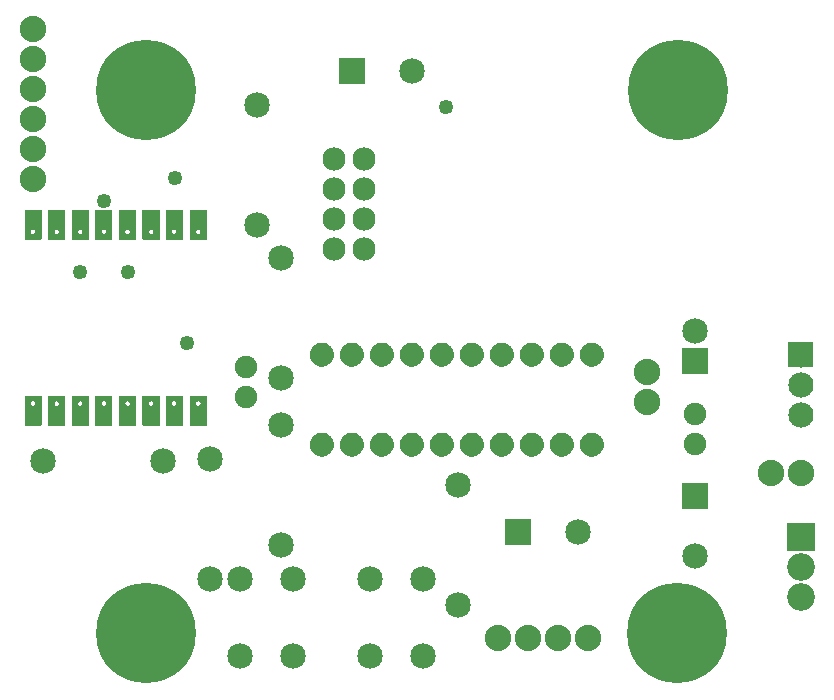
<source format=gts>
G04 MADE WITH FRITZING*
G04 WWW.FRITZING.ORG*
G04 DOUBLE SIDED*
G04 HOLES PLATED*
G04 CONTOUR ON CENTER OF CONTOUR VECTOR*
%ASAXBY*%
%FSLAX23Y23*%
%MOIN*%
%OFA0B0*%
%SFA1.0B1.0*%
%ADD10C,0.075000*%
%ADD11C,0.049370*%
%ADD12C,0.332834*%
%ADD13C,0.085000*%
%ADD14C,0.084000*%
%ADD15C,0.092000*%
%ADD16C,0.077278*%
%ADD17C,0.088000*%
%ADD18R,0.085000X0.085000*%
%ADD19R,0.092000X0.092000*%
%ADD20R,0.001000X0.001000*%
%LNMASK1*%
G90*
G70*
G54D10*
X947Y1041D03*
X947Y1141D03*
X947Y1041D03*
X947Y1141D03*
X2443Y884D03*
X2443Y984D03*
X2443Y884D03*
X2443Y984D03*
G54D11*
X553Y1456D03*
X475Y1693D03*
X750Y1220D03*
X396Y1456D03*
X711Y1771D03*
X1616Y2008D03*
G54D12*
X616Y2064D03*
X2387Y2064D03*
X616Y252D03*
X2386Y252D03*
G54D13*
X2443Y1160D03*
X2443Y1260D03*
G54D14*
X2797Y1181D03*
X2797Y1081D03*
X2797Y981D03*
X2797Y1181D03*
X2797Y1081D03*
X2797Y981D03*
G54D15*
X2797Y572D03*
X2797Y472D03*
X2797Y372D03*
G54D16*
X1341Y1832D03*
X1341Y1732D03*
X1341Y1632D03*
X1341Y1532D03*
X1241Y1832D03*
X1241Y1732D03*
X1241Y1632D03*
X1241Y1532D03*
G54D13*
X927Y177D03*
X927Y433D03*
X1104Y177D03*
X1104Y433D03*
X1360Y177D03*
X1360Y433D03*
X1538Y177D03*
X1538Y433D03*
X1656Y748D03*
X1656Y348D03*
X986Y1614D03*
X986Y2014D03*
X829Y433D03*
X829Y833D03*
X271Y826D03*
X671Y826D03*
X1065Y1502D03*
X1065Y1102D03*
X1065Y545D03*
X1065Y945D03*
X2443Y711D03*
X2443Y511D03*
X1301Y2126D03*
X1501Y2126D03*
X1853Y590D03*
X2053Y590D03*
G54D17*
X2797Y787D03*
X2697Y787D03*
X2286Y1023D03*
X2286Y1123D03*
X2089Y236D03*
X1989Y236D03*
X1889Y236D03*
X1789Y236D03*
X238Y2265D03*
X238Y2165D03*
X238Y2065D03*
X238Y1965D03*
X238Y1865D03*
X238Y1765D03*
G54D18*
X2443Y1160D03*
G54D19*
X2797Y572D03*
G54D18*
X2443Y711D03*
X1301Y2126D03*
X1853Y590D03*
G54D20*
X210Y1663D02*
X266Y1663D01*
X288Y1663D02*
X345Y1663D01*
X367Y1663D02*
X423Y1663D01*
X446Y1663D02*
X502Y1663D01*
X525Y1663D02*
X581Y1663D01*
X603Y1663D02*
X659Y1663D01*
X680Y1663D02*
X736Y1663D01*
X761Y1663D02*
X817Y1663D01*
X210Y1662D02*
X266Y1662D01*
X288Y1662D02*
X345Y1662D01*
X367Y1662D02*
X423Y1662D01*
X446Y1662D02*
X502Y1662D01*
X525Y1662D02*
X581Y1662D01*
X603Y1662D02*
X659Y1662D01*
X680Y1662D02*
X736Y1662D01*
X761Y1662D02*
X817Y1662D01*
X210Y1661D02*
X266Y1661D01*
X288Y1661D02*
X345Y1661D01*
X367Y1661D02*
X423Y1661D01*
X446Y1661D02*
X502Y1661D01*
X525Y1661D02*
X581Y1661D01*
X603Y1661D02*
X659Y1661D01*
X680Y1661D02*
X736Y1661D01*
X761Y1661D02*
X817Y1661D01*
X210Y1660D02*
X266Y1660D01*
X288Y1660D02*
X345Y1660D01*
X367Y1660D02*
X423Y1660D01*
X446Y1660D02*
X502Y1660D01*
X525Y1660D02*
X581Y1660D01*
X603Y1660D02*
X659Y1660D01*
X680Y1660D02*
X736Y1660D01*
X761Y1660D02*
X817Y1660D01*
X210Y1659D02*
X266Y1659D01*
X288Y1659D02*
X345Y1659D01*
X367Y1659D02*
X423Y1659D01*
X446Y1659D02*
X502Y1659D01*
X525Y1659D02*
X581Y1659D01*
X603Y1659D02*
X659Y1659D01*
X680Y1659D02*
X736Y1659D01*
X761Y1659D02*
X817Y1659D01*
X210Y1658D02*
X266Y1658D01*
X288Y1658D02*
X345Y1658D01*
X367Y1658D02*
X423Y1658D01*
X446Y1658D02*
X502Y1658D01*
X525Y1658D02*
X581Y1658D01*
X603Y1658D02*
X659Y1658D01*
X680Y1658D02*
X736Y1658D01*
X761Y1658D02*
X817Y1658D01*
X210Y1657D02*
X266Y1657D01*
X288Y1657D02*
X345Y1657D01*
X367Y1657D02*
X423Y1657D01*
X446Y1657D02*
X502Y1657D01*
X525Y1657D02*
X581Y1657D01*
X603Y1657D02*
X659Y1657D01*
X680Y1657D02*
X736Y1657D01*
X761Y1657D02*
X817Y1657D01*
X210Y1656D02*
X266Y1656D01*
X288Y1656D02*
X345Y1656D01*
X367Y1656D02*
X423Y1656D01*
X446Y1656D02*
X502Y1656D01*
X525Y1656D02*
X581Y1656D01*
X603Y1656D02*
X659Y1656D01*
X680Y1656D02*
X736Y1656D01*
X761Y1656D02*
X817Y1656D01*
X210Y1655D02*
X266Y1655D01*
X288Y1655D02*
X345Y1655D01*
X367Y1655D02*
X423Y1655D01*
X446Y1655D02*
X502Y1655D01*
X525Y1655D02*
X581Y1655D01*
X603Y1655D02*
X659Y1655D01*
X680Y1655D02*
X736Y1655D01*
X761Y1655D02*
X817Y1655D01*
X210Y1654D02*
X266Y1654D01*
X288Y1654D02*
X345Y1654D01*
X367Y1654D02*
X423Y1654D01*
X446Y1654D02*
X502Y1654D01*
X525Y1654D02*
X581Y1654D01*
X603Y1654D02*
X659Y1654D01*
X680Y1654D02*
X736Y1654D01*
X761Y1654D02*
X817Y1654D01*
X210Y1653D02*
X266Y1653D01*
X288Y1653D02*
X345Y1653D01*
X367Y1653D02*
X423Y1653D01*
X446Y1653D02*
X502Y1653D01*
X525Y1653D02*
X581Y1653D01*
X603Y1653D02*
X659Y1653D01*
X680Y1653D02*
X736Y1653D01*
X761Y1653D02*
X817Y1653D01*
X210Y1652D02*
X266Y1652D01*
X288Y1652D02*
X345Y1652D01*
X367Y1652D02*
X423Y1652D01*
X446Y1652D02*
X502Y1652D01*
X525Y1652D02*
X581Y1652D01*
X603Y1652D02*
X659Y1652D01*
X680Y1652D02*
X736Y1652D01*
X761Y1652D02*
X817Y1652D01*
X210Y1651D02*
X266Y1651D01*
X288Y1651D02*
X345Y1651D01*
X367Y1651D02*
X423Y1651D01*
X446Y1651D02*
X502Y1651D01*
X525Y1651D02*
X581Y1651D01*
X603Y1651D02*
X659Y1651D01*
X680Y1651D02*
X736Y1651D01*
X761Y1651D02*
X817Y1651D01*
X210Y1650D02*
X266Y1650D01*
X288Y1650D02*
X345Y1650D01*
X367Y1650D02*
X423Y1650D01*
X446Y1650D02*
X502Y1650D01*
X525Y1650D02*
X581Y1650D01*
X603Y1650D02*
X659Y1650D01*
X680Y1650D02*
X736Y1650D01*
X761Y1650D02*
X817Y1650D01*
X210Y1649D02*
X266Y1649D01*
X288Y1649D02*
X345Y1649D01*
X367Y1649D02*
X423Y1649D01*
X446Y1649D02*
X502Y1649D01*
X525Y1649D02*
X581Y1649D01*
X603Y1649D02*
X659Y1649D01*
X680Y1649D02*
X736Y1649D01*
X761Y1649D02*
X817Y1649D01*
X210Y1648D02*
X266Y1648D01*
X288Y1648D02*
X345Y1648D01*
X367Y1648D02*
X423Y1648D01*
X446Y1648D02*
X502Y1648D01*
X525Y1648D02*
X581Y1648D01*
X603Y1648D02*
X659Y1648D01*
X680Y1648D02*
X736Y1648D01*
X761Y1648D02*
X817Y1648D01*
X210Y1647D02*
X266Y1647D01*
X288Y1647D02*
X345Y1647D01*
X367Y1647D02*
X423Y1647D01*
X446Y1647D02*
X502Y1647D01*
X525Y1647D02*
X581Y1647D01*
X603Y1647D02*
X659Y1647D01*
X680Y1647D02*
X736Y1647D01*
X761Y1647D02*
X817Y1647D01*
X210Y1646D02*
X266Y1646D01*
X288Y1646D02*
X345Y1646D01*
X367Y1646D02*
X423Y1646D01*
X446Y1646D02*
X502Y1646D01*
X525Y1646D02*
X581Y1646D01*
X603Y1646D02*
X659Y1646D01*
X680Y1646D02*
X736Y1646D01*
X761Y1646D02*
X817Y1646D01*
X210Y1645D02*
X266Y1645D01*
X288Y1645D02*
X345Y1645D01*
X367Y1645D02*
X423Y1645D01*
X446Y1645D02*
X502Y1645D01*
X525Y1645D02*
X581Y1645D01*
X603Y1645D02*
X659Y1645D01*
X680Y1645D02*
X736Y1645D01*
X761Y1645D02*
X817Y1645D01*
X210Y1644D02*
X266Y1644D01*
X288Y1644D02*
X345Y1644D01*
X367Y1644D02*
X423Y1644D01*
X446Y1644D02*
X502Y1644D01*
X525Y1644D02*
X581Y1644D01*
X603Y1644D02*
X659Y1644D01*
X680Y1644D02*
X736Y1644D01*
X761Y1644D02*
X817Y1644D01*
X210Y1643D02*
X266Y1643D01*
X288Y1643D02*
X345Y1643D01*
X367Y1643D02*
X423Y1643D01*
X446Y1643D02*
X502Y1643D01*
X525Y1643D02*
X581Y1643D01*
X603Y1643D02*
X659Y1643D01*
X680Y1643D02*
X736Y1643D01*
X761Y1643D02*
X817Y1643D01*
X210Y1642D02*
X266Y1642D01*
X288Y1642D02*
X345Y1642D01*
X367Y1642D02*
X423Y1642D01*
X446Y1642D02*
X502Y1642D01*
X525Y1642D02*
X581Y1642D01*
X603Y1642D02*
X659Y1642D01*
X680Y1642D02*
X736Y1642D01*
X761Y1642D02*
X817Y1642D01*
X210Y1641D02*
X266Y1641D01*
X288Y1641D02*
X345Y1641D01*
X367Y1641D02*
X423Y1641D01*
X446Y1641D02*
X502Y1641D01*
X525Y1641D02*
X581Y1641D01*
X603Y1641D02*
X659Y1641D01*
X680Y1641D02*
X736Y1641D01*
X761Y1641D02*
X817Y1641D01*
X210Y1640D02*
X266Y1640D01*
X288Y1640D02*
X345Y1640D01*
X367Y1640D02*
X423Y1640D01*
X446Y1640D02*
X502Y1640D01*
X525Y1640D02*
X581Y1640D01*
X603Y1640D02*
X659Y1640D01*
X680Y1640D02*
X736Y1640D01*
X761Y1640D02*
X817Y1640D01*
X210Y1639D02*
X266Y1639D01*
X288Y1639D02*
X345Y1639D01*
X367Y1639D02*
X423Y1639D01*
X446Y1639D02*
X502Y1639D01*
X525Y1639D02*
X581Y1639D01*
X603Y1639D02*
X659Y1639D01*
X680Y1639D02*
X736Y1639D01*
X761Y1639D02*
X817Y1639D01*
X210Y1638D02*
X266Y1638D01*
X288Y1638D02*
X345Y1638D01*
X367Y1638D02*
X423Y1638D01*
X446Y1638D02*
X502Y1638D01*
X525Y1638D02*
X581Y1638D01*
X603Y1638D02*
X659Y1638D01*
X680Y1638D02*
X736Y1638D01*
X761Y1638D02*
X817Y1638D01*
X210Y1637D02*
X266Y1637D01*
X288Y1637D02*
X345Y1637D01*
X367Y1637D02*
X423Y1637D01*
X446Y1637D02*
X502Y1637D01*
X525Y1637D02*
X581Y1637D01*
X603Y1637D02*
X659Y1637D01*
X680Y1637D02*
X736Y1637D01*
X761Y1637D02*
X817Y1637D01*
X210Y1636D02*
X266Y1636D01*
X288Y1636D02*
X345Y1636D01*
X367Y1636D02*
X423Y1636D01*
X446Y1636D02*
X502Y1636D01*
X525Y1636D02*
X581Y1636D01*
X603Y1636D02*
X659Y1636D01*
X680Y1636D02*
X736Y1636D01*
X761Y1636D02*
X817Y1636D01*
X210Y1635D02*
X266Y1635D01*
X288Y1635D02*
X345Y1635D01*
X367Y1635D02*
X423Y1635D01*
X446Y1635D02*
X502Y1635D01*
X525Y1635D02*
X581Y1635D01*
X603Y1635D02*
X659Y1635D01*
X680Y1635D02*
X736Y1635D01*
X761Y1635D02*
X817Y1635D01*
X210Y1634D02*
X266Y1634D01*
X288Y1634D02*
X345Y1634D01*
X367Y1634D02*
X423Y1634D01*
X446Y1634D02*
X502Y1634D01*
X525Y1634D02*
X581Y1634D01*
X603Y1634D02*
X659Y1634D01*
X680Y1634D02*
X736Y1634D01*
X761Y1634D02*
X817Y1634D01*
X210Y1633D02*
X266Y1633D01*
X288Y1633D02*
X345Y1633D01*
X367Y1633D02*
X423Y1633D01*
X446Y1633D02*
X502Y1633D01*
X525Y1633D02*
X581Y1633D01*
X603Y1633D02*
X659Y1633D01*
X680Y1633D02*
X736Y1633D01*
X761Y1633D02*
X817Y1633D01*
X210Y1632D02*
X266Y1632D01*
X288Y1632D02*
X345Y1632D01*
X367Y1632D02*
X423Y1632D01*
X446Y1632D02*
X502Y1632D01*
X525Y1632D02*
X581Y1632D01*
X603Y1632D02*
X659Y1632D01*
X680Y1632D02*
X736Y1632D01*
X761Y1632D02*
X817Y1632D01*
X210Y1631D02*
X266Y1631D01*
X288Y1631D02*
X345Y1631D01*
X367Y1631D02*
X423Y1631D01*
X446Y1631D02*
X502Y1631D01*
X525Y1631D02*
X581Y1631D01*
X603Y1631D02*
X659Y1631D01*
X680Y1631D02*
X736Y1631D01*
X761Y1631D02*
X817Y1631D01*
X210Y1630D02*
X266Y1630D01*
X288Y1630D02*
X345Y1630D01*
X367Y1630D02*
X423Y1630D01*
X446Y1630D02*
X502Y1630D01*
X525Y1630D02*
X581Y1630D01*
X603Y1630D02*
X659Y1630D01*
X680Y1630D02*
X736Y1630D01*
X761Y1630D02*
X817Y1630D01*
X210Y1629D02*
X266Y1629D01*
X288Y1629D02*
X345Y1629D01*
X367Y1629D02*
X423Y1629D01*
X446Y1629D02*
X502Y1629D01*
X525Y1629D02*
X581Y1629D01*
X603Y1629D02*
X659Y1629D01*
X680Y1629D02*
X736Y1629D01*
X761Y1629D02*
X817Y1629D01*
X210Y1628D02*
X266Y1628D01*
X288Y1628D02*
X345Y1628D01*
X367Y1628D02*
X423Y1628D01*
X446Y1628D02*
X502Y1628D01*
X525Y1628D02*
X581Y1628D01*
X603Y1628D02*
X659Y1628D01*
X680Y1628D02*
X736Y1628D01*
X761Y1628D02*
X817Y1628D01*
X210Y1627D02*
X266Y1627D01*
X288Y1627D02*
X345Y1627D01*
X367Y1627D02*
X423Y1627D01*
X446Y1627D02*
X502Y1627D01*
X525Y1627D02*
X581Y1627D01*
X603Y1627D02*
X659Y1627D01*
X680Y1627D02*
X736Y1627D01*
X761Y1627D02*
X817Y1627D01*
X210Y1626D02*
X266Y1626D01*
X288Y1626D02*
X345Y1626D01*
X367Y1626D02*
X423Y1626D01*
X446Y1626D02*
X502Y1626D01*
X525Y1626D02*
X581Y1626D01*
X603Y1626D02*
X659Y1626D01*
X680Y1626D02*
X736Y1626D01*
X761Y1626D02*
X817Y1626D01*
X210Y1625D02*
X266Y1625D01*
X288Y1625D02*
X345Y1625D01*
X367Y1625D02*
X423Y1625D01*
X446Y1625D02*
X502Y1625D01*
X525Y1625D02*
X581Y1625D01*
X603Y1625D02*
X659Y1625D01*
X680Y1625D02*
X736Y1625D01*
X761Y1625D02*
X817Y1625D01*
X210Y1624D02*
X266Y1624D01*
X288Y1624D02*
X345Y1624D01*
X367Y1624D02*
X423Y1624D01*
X446Y1624D02*
X502Y1624D01*
X525Y1624D02*
X581Y1624D01*
X603Y1624D02*
X659Y1624D01*
X680Y1624D02*
X736Y1624D01*
X761Y1624D02*
X817Y1624D01*
X210Y1623D02*
X266Y1623D01*
X288Y1623D02*
X345Y1623D01*
X367Y1623D02*
X423Y1623D01*
X446Y1623D02*
X502Y1623D01*
X525Y1623D02*
X581Y1623D01*
X603Y1623D02*
X659Y1623D01*
X680Y1623D02*
X736Y1623D01*
X761Y1623D02*
X817Y1623D01*
X210Y1622D02*
X266Y1622D01*
X288Y1622D02*
X345Y1622D01*
X367Y1622D02*
X423Y1622D01*
X446Y1622D02*
X502Y1622D01*
X525Y1622D02*
X581Y1622D01*
X603Y1622D02*
X659Y1622D01*
X680Y1622D02*
X736Y1622D01*
X761Y1622D02*
X817Y1622D01*
X210Y1621D02*
X266Y1621D01*
X288Y1621D02*
X345Y1621D01*
X367Y1621D02*
X423Y1621D01*
X446Y1621D02*
X502Y1621D01*
X525Y1621D02*
X581Y1621D01*
X603Y1621D02*
X659Y1621D01*
X680Y1621D02*
X736Y1621D01*
X761Y1621D02*
X817Y1621D01*
X210Y1620D02*
X266Y1620D01*
X288Y1620D02*
X345Y1620D01*
X367Y1620D02*
X423Y1620D01*
X446Y1620D02*
X502Y1620D01*
X525Y1620D02*
X581Y1620D01*
X603Y1620D02*
X659Y1620D01*
X680Y1620D02*
X736Y1620D01*
X761Y1620D02*
X817Y1620D01*
X210Y1619D02*
X266Y1619D01*
X288Y1619D02*
X345Y1619D01*
X367Y1619D02*
X423Y1619D01*
X446Y1619D02*
X502Y1619D01*
X525Y1619D02*
X581Y1619D01*
X603Y1619D02*
X659Y1619D01*
X680Y1619D02*
X736Y1619D01*
X761Y1619D02*
X817Y1619D01*
X210Y1618D02*
X266Y1618D01*
X288Y1618D02*
X345Y1618D01*
X367Y1618D02*
X423Y1618D01*
X446Y1618D02*
X502Y1618D01*
X525Y1618D02*
X581Y1618D01*
X603Y1618D02*
X659Y1618D01*
X680Y1618D02*
X736Y1618D01*
X761Y1618D02*
X817Y1618D01*
X210Y1617D02*
X266Y1617D01*
X288Y1617D02*
X345Y1617D01*
X367Y1617D02*
X423Y1617D01*
X446Y1617D02*
X502Y1617D01*
X525Y1617D02*
X581Y1617D01*
X603Y1617D02*
X659Y1617D01*
X680Y1617D02*
X736Y1617D01*
X761Y1617D02*
X817Y1617D01*
X210Y1616D02*
X266Y1616D01*
X288Y1616D02*
X345Y1616D01*
X367Y1616D02*
X423Y1616D01*
X446Y1616D02*
X502Y1616D01*
X525Y1616D02*
X581Y1616D01*
X603Y1616D02*
X659Y1616D01*
X680Y1616D02*
X736Y1616D01*
X761Y1616D02*
X817Y1616D01*
X210Y1615D02*
X266Y1615D01*
X288Y1615D02*
X345Y1615D01*
X367Y1615D02*
X423Y1615D01*
X446Y1615D02*
X502Y1615D01*
X525Y1615D02*
X581Y1615D01*
X603Y1615D02*
X659Y1615D01*
X680Y1615D02*
X736Y1615D01*
X761Y1615D02*
X817Y1615D01*
X210Y1614D02*
X266Y1614D01*
X288Y1614D02*
X345Y1614D01*
X367Y1614D02*
X423Y1614D01*
X446Y1614D02*
X502Y1614D01*
X525Y1614D02*
X581Y1614D01*
X603Y1614D02*
X659Y1614D01*
X680Y1614D02*
X736Y1614D01*
X761Y1614D02*
X817Y1614D01*
X210Y1613D02*
X266Y1613D01*
X288Y1613D02*
X345Y1613D01*
X367Y1613D02*
X423Y1613D01*
X446Y1613D02*
X502Y1613D01*
X525Y1613D02*
X581Y1613D01*
X603Y1613D02*
X659Y1613D01*
X680Y1613D02*
X736Y1613D01*
X761Y1613D02*
X817Y1613D01*
X210Y1612D02*
X266Y1612D01*
X288Y1612D02*
X345Y1612D01*
X367Y1612D02*
X423Y1612D01*
X446Y1612D02*
X502Y1612D01*
X525Y1612D02*
X581Y1612D01*
X603Y1612D02*
X659Y1612D01*
X680Y1612D02*
X736Y1612D01*
X761Y1612D02*
X817Y1612D01*
X210Y1611D02*
X266Y1611D01*
X288Y1611D02*
X345Y1611D01*
X367Y1611D02*
X423Y1611D01*
X446Y1611D02*
X502Y1611D01*
X525Y1611D02*
X581Y1611D01*
X603Y1611D02*
X659Y1611D01*
X680Y1611D02*
X736Y1611D01*
X761Y1611D02*
X817Y1611D01*
X210Y1610D02*
X266Y1610D01*
X288Y1610D02*
X345Y1610D01*
X367Y1610D02*
X423Y1610D01*
X446Y1610D02*
X502Y1610D01*
X525Y1610D02*
X581Y1610D01*
X603Y1610D02*
X659Y1610D01*
X680Y1610D02*
X736Y1610D01*
X761Y1610D02*
X817Y1610D01*
X210Y1609D02*
X266Y1609D01*
X288Y1609D02*
X345Y1609D01*
X367Y1609D02*
X423Y1609D01*
X446Y1609D02*
X502Y1609D01*
X525Y1609D02*
X581Y1609D01*
X603Y1609D02*
X659Y1609D01*
X680Y1609D02*
X736Y1609D01*
X761Y1609D02*
X817Y1609D01*
X210Y1608D02*
X266Y1608D01*
X288Y1608D02*
X345Y1608D01*
X367Y1608D02*
X423Y1608D01*
X446Y1608D02*
X502Y1608D01*
X525Y1608D02*
X581Y1608D01*
X603Y1608D02*
X659Y1608D01*
X680Y1608D02*
X736Y1608D01*
X761Y1608D02*
X817Y1608D01*
X210Y1607D02*
X266Y1607D01*
X288Y1607D02*
X345Y1607D01*
X367Y1607D02*
X423Y1607D01*
X446Y1607D02*
X502Y1607D01*
X525Y1607D02*
X581Y1607D01*
X603Y1607D02*
X659Y1607D01*
X680Y1607D02*
X736Y1607D01*
X761Y1607D02*
X817Y1607D01*
X210Y1606D02*
X266Y1606D01*
X288Y1606D02*
X345Y1606D01*
X367Y1606D02*
X423Y1606D01*
X446Y1606D02*
X502Y1606D01*
X525Y1606D02*
X581Y1606D01*
X603Y1606D02*
X659Y1606D01*
X680Y1606D02*
X736Y1606D01*
X761Y1606D02*
X817Y1606D01*
X210Y1605D02*
X266Y1605D01*
X288Y1605D02*
X345Y1605D01*
X367Y1605D02*
X423Y1605D01*
X446Y1605D02*
X502Y1605D01*
X525Y1605D02*
X581Y1605D01*
X603Y1605D02*
X659Y1605D01*
X680Y1605D02*
X736Y1605D01*
X761Y1605D02*
X817Y1605D01*
X210Y1604D02*
X266Y1604D01*
X288Y1604D02*
X345Y1604D01*
X367Y1604D02*
X423Y1604D01*
X446Y1604D02*
X502Y1604D01*
X525Y1604D02*
X581Y1604D01*
X603Y1604D02*
X659Y1604D01*
X680Y1604D02*
X736Y1604D01*
X761Y1604D02*
X817Y1604D01*
X210Y1603D02*
X266Y1603D01*
X288Y1603D02*
X345Y1603D01*
X367Y1603D02*
X423Y1603D01*
X446Y1603D02*
X502Y1603D01*
X525Y1603D02*
X581Y1603D01*
X603Y1603D02*
X659Y1603D01*
X680Y1603D02*
X736Y1603D01*
X761Y1603D02*
X817Y1603D01*
X210Y1602D02*
X266Y1602D01*
X288Y1602D02*
X345Y1602D01*
X367Y1602D02*
X423Y1602D01*
X446Y1602D02*
X502Y1602D01*
X525Y1602D02*
X581Y1602D01*
X603Y1602D02*
X659Y1602D01*
X680Y1602D02*
X736Y1602D01*
X761Y1602D02*
X817Y1602D01*
X210Y1601D02*
X266Y1601D01*
X288Y1601D02*
X345Y1601D01*
X367Y1601D02*
X423Y1601D01*
X446Y1601D02*
X502Y1601D01*
X525Y1601D02*
X581Y1601D01*
X603Y1601D02*
X659Y1601D01*
X680Y1601D02*
X736Y1601D01*
X761Y1601D02*
X817Y1601D01*
X210Y1600D02*
X266Y1600D01*
X288Y1600D02*
X345Y1600D01*
X367Y1600D02*
X423Y1600D01*
X446Y1600D02*
X502Y1600D01*
X525Y1600D02*
X581Y1600D01*
X603Y1600D02*
X659Y1600D01*
X680Y1600D02*
X736Y1600D01*
X761Y1600D02*
X817Y1600D01*
X210Y1599D02*
X266Y1599D01*
X288Y1599D02*
X345Y1599D01*
X367Y1599D02*
X423Y1599D01*
X446Y1599D02*
X502Y1599D01*
X525Y1599D02*
X581Y1599D01*
X603Y1599D02*
X659Y1599D01*
X680Y1599D02*
X736Y1599D01*
X761Y1599D02*
X817Y1599D01*
X210Y1598D02*
X266Y1598D01*
X288Y1598D02*
X345Y1598D01*
X367Y1598D02*
X423Y1598D01*
X446Y1598D02*
X502Y1598D01*
X525Y1598D02*
X581Y1598D01*
X603Y1598D02*
X659Y1598D01*
X680Y1598D02*
X736Y1598D01*
X761Y1598D02*
X817Y1598D01*
X210Y1597D02*
X235Y1597D01*
X241Y1597D02*
X266Y1597D01*
X288Y1597D02*
X313Y1597D01*
X319Y1597D02*
X345Y1597D01*
X367Y1597D02*
X392Y1597D01*
X398Y1597D02*
X423Y1597D01*
X446Y1597D02*
X471Y1597D01*
X477Y1597D02*
X502Y1597D01*
X525Y1597D02*
X550Y1597D01*
X556Y1597D02*
X581Y1597D01*
X603Y1597D02*
X628Y1597D01*
X634Y1597D02*
X659Y1597D01*
X680Y1597D02*
X705Y1597D01*
X711Y1597D02*
X736Y1597D01*
X761Y1597D02*
X786Y1597D01*
X792Y1597D02*
X817Y1597D01*
X210Y1596D02*
X233Y1596D01*
X242Y1596D02*
X266Y1596D01*
X288Y1596D02*
X312Y1596D01*
X321Y1596D02*
X345Y1596D01*
X367Y1596D02*
X390Y1596D01*
X400Y1596D02*
X423Y1596D01*
X446Y1596D02*
X469Y1596D01*
X479Y1596D02*
X502Y1596D01*
X525Y1596D02*
X548Y1596D01*
X557Y1596D02*
X581Y1596D01*
X603Y1596D02*
X627Y1596D01*
X636Y1596D02*
X659Y1596D01*
X680Y1596D02*
X703Y1596D01*
X713Y1596D02*
X736Y1596D01*
X761Y1596D02*
X784Y1596D01*
X794Y1596D02*
X817Y1596D01*
X210Y1595D02*
X232Y1595D01*
X244Y1595D02*
X266Y1595D01*
X288Y1595D02*
X311Y1595D01*
X322Y1595D02*
X345Y1595D01*
X367Y1595D02*
X389Y1595D01*
X401Y1595D02*
X423Y1595D01*
X446Y1595D02*
X468Y1595D01*
X480Y1595D02*
X502Y1595D01*
X525Y1595D02*
X547Y1595D01*
X558Y1595D02*
X581Y1595D01*
X603Y1595D02*
X626Y1595D01*
X637Y1595D02*
X659Y1595D01*
X680Y1595D02*
X702Y1595D01*
X714Y1595D02*
X736Y1595D01*
X761Y1595D02*
X783Y1595D01*
X795Y1595D02*
X817Y1595D01*
X210Y1594D02*
X231Y1594D01*
X244Y1594D02*
X266Y1594D01*
X288Y1594D02*
X310Y1594D01*
X323Y1594D02*
X345Y1594D01*
X367Y1594D02*
X389Y1594D01*
X402Y1594D02*
X423Y1594D01*
X446Y1594D02*
X467Y1594D01*
X480Y1594D02*
X502Y1594D01*
X525Y1594D02*
X546Y1594D01*
X559Y1594D02*
X581Y1594D01*
X603Y1594D02*
X625Y1594D01*
X638Y1594D02*
X659Y1594D01*
X680Y1594D02*
X701Y1594D01*
X714Y1594D02*
X736Y1594D01*
X761Y1594D02*
X782Y1594D01*
X795Y1594D02*
X817Y1594D01*
X210Y1593D02*
X231Y1593D01*
X245Y1593D02*
X266Y1593D01*
X288Y1593D02*
X309Y1593D01*
X324Y1593D02*
X345Y1593D01*
X367Y1593D02*
X388Y1593D01*
X402Y1593D02*
X423Y1593D01*
X446Y1593D02*
X467Y1593D01*
X481Y1593D02*
X502Y1593D01*
X525Y1593D02*
X545Y1593D01*
X560Y1593D02*
X581Y1593D01*
X603Y1593D02*
X624Y1593D01*
X639Y1593D02*
X659Y1593D01*
X680Y1593D02*
X701Y1593D01*
X715Y1593D02*
X736Y1593D01*
X761Y1593D02*
X782Y1593D01*
X796Y1593D02*
X817Y1593D01*
X210Y1592D02*
X230Y1592D01*
X245Y1592D02*
X266Y1592D01*
X288Y1592D02*
X309Y1592D01*
X324Y1592D02*
X345Y1592D01*
X367Y1592D02*
X388Y1592D01*
X403Y1592D02*
X423Y1592D01*
X446Y1592D02*
X466Y1592D01*
X481Y1592D02*
X502Y1592D01*
X525Y1592D02*
X545Y1592D01*
X560Y1592D02*
X581Y1592D01*
X603Y1592D02*
X624Y1592D01*
X639Y1592D02*
X659Y1592D01*
X680Y1592D02*
X700Y1592D01*
X715Y1592D02*
X736Y1592D01*
X761Y1592D02*
X781Y1592D01*
X796Y1592D02*
X817Y1592D01*
X210Y1591D02*
X230Y1591D01*
X245Y1591D02*
X266Y1591D01*
X288Y1591D02*
X309Y1591D01*
X324Y1591D02*
X345Y1591D01*
X367Y1591D02*
X388Y1591D01*
X403Y1591D02*
X423Y1591D01*
X446Y1591D02*
X466Y1591D01*
X481Y1591D02*
X502Y1591D01*
X525Y1591D02*
X545Y1591D01*
X560Y1591D02*
X581Y1591D01*
X603Y1591D02*
X624Y1591D01*
X639Y1591D02*
X659Y1591D01*
X680Y1591D02*
X700Y1591D01*
X715Y1591D02*
X736Y1591D01*
X761Y1591D02*
X781Y1591D01*
X796Y1591D02*
X817Y1591D01*
X210Y1590D02*
X230Y1590D01*
X245Y1590D02*
X266Y1590D01*
X288Y1590D02*
X309Y1590D01*
X324Y1590D02*
X345Y1590D01*
X367Y1590D02*
X388Y1590D01*
X403Y1590D02*
X423Y1590D01*
X446Y1590D02*
X466Y1590D01*
X481Y1590D02*
X502Y1590D01*
X525Y1590D02*
X545Y1590D01*
X560Y1590D02*
X581Y1590D01*
X603Y1590D02*
X624Y1590D01*
X639Y1590D02*
X659Y1590D01*
X680Y1590D02*
X700Y1590D01*
X715Y1590D02*
X736Y1590D01*
X761Y1590D02*
X781Y1590D01*
X796Y1590D02*
X817Y1590D01*
X210Y1589D02*
X230Y1589D01*
X245Y1589D02*
X266Y1589D01*
X288Y1589D02*
X309Y1589D01*
X324Y1589D02*
X345Y1589D01*
X367Y1589D02*
X388Y1589D01*
X403Y1589D02*
X423Y1589D01*
X446Y1589D02*
X466Y1589D01*
X481Y1589D02*
X502Y1589D01*
X525Y1589D02*
X545Y1589D01*
X560Y1589D02*
X581Y1589D01*
X603Y1589D02*
X624Y1589D01*
X639Y1589D02*
X659Y1589D01*
X680Y1589D02*
X700Y1589D01*
X715Y1589D02*
X736Y1589D01*
X761Y1589D02*
X781Y1589D01*
X796Y1589D02*
X817Y1589D01*
X210Y1588D02*
X230Y1588D01*
X245Y1588D02*
X266Y1588D01*
X288Y1588D02*
X309Y1588D01*
X324Y1588D02*
X345Y1588D01*
X367Y1588D02*
X388Y1588D01*
X403Y1588D02*
X423Y1588D01*
X446Y1588D02*
X467Y1588D01*
X481Y1588D02*
X502Y1588D01*
X525Y1588D02*
X545Y1588D01*
X560Y1588D02*
X581Y1588D01*
X603Y1588D02*
X624Y1588D01*
X639Y1588D02*
X659Y1588D01*
X680Y1588D02*
X701Y1588D01*
X715Y1588D02*
X736Y1588D01*
X761Y1588D02*
X781Y1588D01*
X796Y1588D02*
X817Y1588D01*
X210Y1587D02*
X231Y1587D01*
X245Y1587D02*
X266Y1587D01*
X288Y1587D02*
X310Y1587D01*
X323Y1587D02*
X345Y1587D01*
X367Y1587D02*
X388Y1587D01*
X402Y1587D02*
X423Y1587D01*
X446Y1587D02*
X467Y1587D01*
X481Y1587D02*
X502Y1587D01*
X525Y1587D02*
X546Y1587D01*
X560Y1587D02*
X581Y1587D01*
X603Y1587D02*
X624Y1587D01*
X638Y1587D02*
X659Y1587D01*
X680Y1587D02*
X701Y1587D01*
X715Y1587D02*
X736Y1587D01*
X761Y1587D02*
X782Y1587D01*
X796Y1587D02*
X817Y1587D01*
X210Y1586D02*
X231Y1586D01*
X244Y1586D02*
X266Y1586D01*
X288Y1586D02*
X310Y1586D01*
X323Y1586D02*
X345Y1586D01*
X367Y1586D02*
X389Y1586D01*
X401Y1586D02*
X423Y1586D01*
X446Y1586D02*
X468Y1586D01*
X480Y1586D02*
X502Y1586D01*
X525Y1586D02*
X546Y1586D01*
X559Y1586D02*
X581Y1586D01*
X603Y1586D02*
X625Y1586D01*
X638Y1586D02*
X659Y1586D01*
X680Y1586D02*
X702Y1586D01*
X714Y1586D02*
X736Y1586D01*
X761Y1586D02*
X783Y1586D01*
X795Y1586D02*
X817Y1586D01*
X210Y1585D02*
X232Y1585D01*
X243Y1585D02*
X266Y1585D01*
X288Y1585D02*
X311Y1585D01*
X322Y1585D02*
X345Y1585D01*
X367Y1585D02*
X390Y1585D01*
X401Y1585D02*
X423Y1585D01*
X446Y1585D02*
X469Y1585D01*
X479Y1585D02*
X502Y1585D01*
X525Y1585D02*
X547Y1585D01*
X558Y1585D02*
X581Y1585D01*
X603Y1585D02*
X626Y1585D01*
X637Y1585D02*
X659Y1585D01*
X680Y1585D02*
X703Y1585D01*
X713Y1585D02*
X736Y1585D01*
X761Y1585D02*
X784Y1585D01*
X794Y1585D02*
X817Y1585D01*
X210Y1584D02*
X234Y1584D01*
X242Y1584D02*
X266Y1584D01*
X288Y1584D02*
X312Y1584D01*
X320Y1584D02*
X345Y1584D01*
X367Y1584D02*
X391Y1584D01*
X399Y1584D02*
X423Y1584D01*
X446Y1584D02*
X470Y1584D01*
X478Y1584D02*
X502Y1584D01*
X525Y1584D02*
X549Y1584D01*
X557Y1584D02*
X581Y1584D01*
X603Y1584D02*
X627Y1584D01*
X635Y1584D02*
X659Y1584D01*
X680Y1584D02*
X704Y1584D01*
X712Y1584D02*
X736Y1584D01*
X761Y1584D02*
X785Y1584D01*
X793Y1584D02*
X817Y1584D01*
X210Y1583D02*
X266Y1583D01*
X288Y1583D02*
X345Y1583D01*
X367Y1583D02*
X423Y1583D01*
X446Y1583D02*
X502Y1583D01*
X525Y1583D02*
X581Y1583D01*
X603Y1583D02*
X659Y1583D01*
X680Y1583D02*
X736Y1583D01*
X761Y1583D02*
X817Y1583D01*
X210Y1582D02*
X266Y1582D01*
X288Y1582D02*
X345Y1582D01*
X367Y1582D02*
X423Y1582D01*
X446Y1582D02*
X502Y1582D01*
X525Y1582D02*
X581Y1582D01*
X603Y1582D02*
X659Y1582D01*
X680Y1582D02*
X736Y1582D01*
X761Y1582D02*
X817Y1582D01*
X210Y1581D02*
X266Y1581D01*
X288Y1581D02*
X345Y1581D01*
X367Y1581D02*
X423Y1581D01*
X446Y1581D02*
X502Y1581D01*
X525Y1581D02*
X581Y1581D01*
X603Y1581D02*
X659Y1581D01*
X680Y1581D02*
X736Y1581D01*
X761Y1581D02*
X817Y1581D01*
X210Y1580D02*
X266Y1580D01*
X288Y1580D02*
X345Y1580D01*
X367Y1580D02*
X423Y1580D01*
X446Y1580D02*
X502Y1580D01*
X525Y1580D02*
X581Y1580D01*
X603Y1580D02*
X659Y1580D01*
X680Y1580D02*
X736Y1580D01*
X761Y1580D02*
X817Y1580D01*
X210Y1579D02*
X266Y1579D01*
X288Y1579D02*
X345Y1579D01*
X367Y1579D02*
X423Y1579D01*
X446Y1579D02*
X502Y1579D01*
X525Y1579D02*
X581Y1579D01*
X603Y1579D02*
X659Y1579D01*
X680Y1579D02*
X736Y1579D01*
X761Y1579D02*
X817Y1579D01*
X210Y1578D02*
X266Y1578D01*
X288Y1578D02*
X345Y1578D01*
X367Y1578D02*
X423Y1578D01*
X446Y1578D02*
X502Y1578D01*
X525Y1578D02*
X581Y1578D01*
X603Y1578D02*
X659Y1578D01*
X680Y1578D02*
X736Y1578D01*
X761Y1578D02*
X817Y1578D01*
X210Y1577D02*
X266Y1577D01*
X288Y1577D02*
X345Y1577D01*
X367Y1577D02*
X423Y1577D01*
X446Y1577D02*
X502Y1577D01*
X525Y1577D02*
X581Y1577D01*
X603Y1577D02*
X659Y1577D01*
X680Y1577D02*
X736Y1577D01*
X761Y1577D02*
X817Y1577D01*
X210Y1576D02*
X266Y1576D01*
X288Y1576D02*
X345Y1576D01*
X367Y1576D02*
X423Y1576D01*
X446Y1576D02*
X502Y1576D01*
X525Y1576D02*
X581Y1576D01*
X603Y1576D02*
X659Y1576D01*
X680Y1576D02*
X736Y1576D01*
X761Y1576D02*
X817Y1576D01*
X210Y1575D02*
X266Y1575D01*
X288Y1575D02*
X345Y1575D01*
X367Y1575D02*
X423Y1575D01*
X446Y1575D02*
X502Y1575D01*
X525Y1575D02*
X581Y1575D01*
X603Y1575D02*
X659Y1575D01*
X680Y1575D02*
X736Y1575D01*
X761Y1575D02*
X817Y1575D01*
X210Y1574D02*
X266Y1574D01*
X288Y1574D02*
X345Y1574D01*
X367Y1574D02*
X423Y1574D01*
X446Y1574D02*
X502Y1574D01*
X525Y1574D02*
X581Y1574D01*
X603Y1574D02*
X659Y1574D01*
X680Y1574D02*
X736Y1574D01*
X761Y1574D02*
X817Y1574D01*
X210Y1573D02*
X266Y1573D01*
X288Y1573D02*
X345Y1573D01*
X367Y1573D02*
X423Y1573D01*
X446Y1573D02*
X502Y1573D01*
X525Y1573D02*
X581Y1573D01*
X603Y1573D02*
X659Y1573D01*
X680Y1573D02*
X736Y1573D01*
X761Y1573D02*
X817Y1573D01*
X210Y1572D02*
X266Y1572D01*
X288Y1572D02*
X345Y1572D01*
X367Y1572D02*
X423Y1572D01*
X446Y1572D02*
X502Y1572D01*
X525Y1572D02*
X581Y1572D01*
X603Y1572D02*
X659Y1572D01*
X680Y1572D02*
X736Y1572D01*
X761Y1572D02*
X817Y1572D01*
X210Y1571D02*
X266Y1571D01*
X288Y1571D02*
X345Y1571D01*
X367Y1571D02*
X423Y1571D01*
X446Y1571D02*
X502Y1571D01*
X525Y1571D02*
X581Y1571D01*
X603Y1571D02*
X659Y1571D01*
X680Y1571D02*
X736Y1571D01*
X761Y1571D02*
X817Y1571D01*
X210Y1570D02*
X266Y1570D01*
X288Y1570D02*
X345Y1570D01*
X367Y1570D02*
X423Y1570D01*
X446Y1570D02*
X502Y1570D01*
X525Y1570D02*
X581Y1570D01*
X603Y1570D02*
X659Y1570D01*
X680Y1570D02*
X736Y1570D01*
X761Y1570D02*
X817Y1570D01*
X210Y1569D02*
X266Y1569D01*
X288Y1569D02*
X345Y1569D01*
X367Y1569D02*
X423Y1569D01*
X446Y1569D02*
X502Y1569D01*
X525Y1569D02*
X581Y1569D01*
X603Y1569D02*
X659Y1569D01*
X680Y1569D02*
X736Y1569D01*
X761Y1569D02*
X817Y1569D01*
X210Y1568D02*
X266Y1568D01*
X288Y1568D02*
X345Y1568D01*
X367Y1568D02*
X423Y1568D01*
X446Y1568D02*
X502Y1568D01*
X525Y1568D02*
X581Y1568D01*
X603Y1568D02*
X659Y1568D01*
X680Y1568D02*
X736Y1568D01*
X761Y1568D02*
X817Y1568D01*
X210Y1567D02*
X266Y1567D01*
X288Y1567D02*
X345Y1567D01*
X367Y1567D02*
X423Y1567D01*
X446Y1567D02*
X502Y1567D01*
X525Y1567D02*
X581Y1567D01*
X603Y1567D02*
X659Y1567D01*
X680Y1567D02*
X736Y1567D01*
X761Y1567D02*
X817Y1567D01*
X210Y1566D02*
X266Y1566D01*
X288Y1566D02*
X345Y1566D01*
X367Y1566D02*
X423Y1566D01*
X446Y1566D02*
X502Y1566D01*
X525Y1566D02*
X581Y1566D01*
X603Y1566D02*
X659Y1566D01*
X680Y1566D02*
X736Y1566D01*
X761Y1566D02*
X817Y1566D01*
X210Y1565D02*
X265Y1565D01*
X289Y1565D02*
X344Y1565D01*
X368Y1565D02*
X423Y1565D01*
X446Y1565D02*
X502Y1565D01*
X525Y1565D02*
X580Y1565D01*
X604Y1565D02*
X659Y1565D01*
X680Y1565D02*
X736Y1565D01*
X761Y1565D02*
X816Y1565D01*
X2755Y1223D02*
X2837Y1223D01*
X2755Y1222D02*
X2838Y1222D01*
X1198Y1221D02*
X1203Y1221D01*
X1298Y1221D02*
X1303Y1221D01*
X1398Y1221D02*
X1403Y1221D01*
X1498Y1221D02*
X1503Y1221D01*
X1598Y1221D02*
X1603Y1221D01*
X1698Y1221D02*
X1703Y1221D01*
X1798Y1221D02*
X1803Y1221D01*
X1898Y1221D02*
X1903Y1221D01*
X1998Y1221D02*
X2003Y1221D01*
X2098Y1221D02*
X2103Y1221D01*
X2755Y1221D02*
X2838Y1221D01*
X1192Y1220D02*
X1209Y1220D01*
X1292Y1220D02*
X1309Y1220D01*
X1392Y1220D02*
X1409Y1220D01*
X1492Y1220D02*
X1509Y1220D01*
X1592Y1220D02*
X1609Y1220D01*
X1692Y1220D02*
X1709Y1220D01*
X1792Y1220D02*
X1809Y1220D01*
X1892Y1220D02*
X1909Y1220D01*
X1992Y1220D02*
X2009Y1220D01*
X2092Y1220D02*
X2109Y1220D01*
X2755Y1220D02*
X2838Y1220D01*
X1188Y1219D02*
X1213Y1219D01*
X1288Y1219D02*
X1313Y1219D01*
X1388Y1219D02*
X1413Y1219D01*
X1488Y1219D02*
X1513Y1219D01*
X1588Y1219D02*
X1613Y1219D01*
X1688Y1219D02*
X1713Y1219D01*
X1788Y1219D02*
X1813Y1219D01*
X1888Y1219D02*
X1913Y1219D01*
X1988Y1219D02*
X2013Y1219D01*
X2088Y1219D02*
X2113Y1219D01*
X2755Y1219D02*
X2838Y1219D01*
X1185Y1218D02*
X1216Y1218D01*
X1285Y1218D02*
X1316Y1218D01*
X1385Y1218D02*
X1416Y1218D01*
X1485Y1218D02*
X1516Y1218D01*
X1585Y1218D02*
X1616Y1218D01*
X1685Y1218D02*
X1715Y1218D01*
X1785Y1218D02*
X1815Y1218D01*
X1885Y1218D02*
X1915Y1218D01*
X1985Y1218D02*
X2015Y1218D01*
X2085Y1218D02*
X2115Y1218D01*
X2755Y1218D02*
X2838Y1218D01*
X1183Y1217D02*
X1218Y1217D01*
X1283Y1217D02*
X1318Y1217D01*
X1383Y1217D02*
X1418Y1217D01*
X1483Y1217D02*
X1518Y1217D01*
X1583Y1217D02*
X1618Y1217D01*
X1683Y1217D02*
X1718Y1217D01*
X1783Y1217D02*
X1818Y1217D01*
X1883Y1217D02*
X1917Y1217D01*
X1983Y1217D02*
X2017Y1217D01*
X2083Y1217D02*
X2117Y1217D01*
X2755Y1217D02*
X2838Y1217D01*
X1182Y1216D02*
X1220Y1216D01*
X1281Y1216D02*
X1320Y1216D01*
X1381Y1216D02*
X1419Y1216D01*
X1481Y1216D02*
X1519Y1216D01*
X1581Y1216D02*
X1619Y1216D01*
X1681Y1216D02*
X1719Y1216D01*
X1781Y1216D02*
X1819Y1216D01*
X1881Y1216D02*
X1919Y1216D01*
X1981Y1216D02*
X2019Y1216D01*
X2081Y1216D02*
X2119Y1216D01*
X2755Y1216D02*
X2838Y1216D01*
X1180Y1215D02*
X1221Y1215D01*
X1280Y1215D02*
X1321Y1215D01*
X1380Y1215D02*
X1421Y1215D01*
X1480Y1215D02*
X1521Y1215D01*
X1580Y1215D02*
X1621Y1215D01*
X1680Y1215D02*
X1721Y1215D01*
X1780Y1215D02*
X1821Y1215D01*
X1880Y1215D02*
X1921Y1215D01*
X1980Y1215D02*
X2021Y1215D01*
X2080Y1215D02*
X2121Y1215D01*
X2755Y1215D02*
X2838Y1215D01*
X1178Y1214D02*
X1223Y1214D01*
X1278Y1214D02*
X1323Y1214D01*
X1378Y1214D02*
X1423Y1214D01*
X1478Y1214D02*
X1523Y1214D01*
X1578Y1214D02*
X1623Y1214D01*
X1678Y1214D02*
X1723Y1214D01*
X1778Y1214D02*
X1823Y1214D01*
X1878Y1214D02*
X1923Y1214D01*
X1978Y1214D02*
X2023Y1214D01*
X2078Y1214D02*
X2122Y1214D01*
X2755Y1214D02*
X2838Y1214D01*
X1177Y1213D02*
X1224Y1213D01*
X1277Y1213D02*
X1324Y1213D01*
X1377Y1213D02*
X1424Y1213D01*
X1477Y1213D02*
X1524Y1213D01*
X1577Y1213D02*
X1624Y1213D01*
X1677Y1213D02*
X1724Y1213D01*
X1777Y1213D02*
X1824Y1213D01*
X1877Y1213D02*
X1924Y1213D01*
X1977Y1213D02*
X2024Y1213D01*
X2077Y1213D02*
X2124Y1213D01*
X2755Y1213D02*
X2838Y1213D01*
X1176Y1212D02*
X1225Y1212D01*
X1276Y1212D02*
X1325Y1212D01*
X1376Y1212D02*
X1425Y1212D01*
X1476Y1212D02*
X1525Y1212D01*
X1576Y1212D02*
X1625Y1212D01*
X1676Y1212D02*
X1725Y1212D01*
X1775Y1212D02*
X1825Y1212D01*
X1875Y1212D02*
X1925Y1212D01*
X1975Y1212D02*
X2025Y1212D01*
X2075Y1212D02*
X2125Y1212D01*
X2755Y1212D02*
X2838Y1212D01*
X1174Y1211D02*
X1227Y1211D01*
X1274Y1211D02*
X1327Y1211D01*
X1374Y1211D02*
X1427Y1211D01*
X1474Y1211D02*
X1527Y1211D01*
X1574Y1211D02*
X1626Y1211D01*
X1674Y1211D02*
X1726Y1211D01*
X1774Y1211D02*
X1826Y1211D01*
X1874Y1211D02*
X1926Y1211D01*
X1974Y1211D02*
X2026Y1211D01*
X2074Y1211D02*
X2126Y1211D01*
X2755Y1211D02*
X2838Y1211D01*
X1173Y1210D02*
X1228Y1210D01*
X1273Y1210D02*
X1328Y1210D01*
X1373Y1210D02*
X1428Y1210D01*
X1473Y1210D02*
X1528Y1210D01*
X1573Y1210D02*
X1628Y1210D01*
X1673Y1210D02*
X1728Y1210D01*
X1773Y1210D02*
X1828Y1210D01*
X1873Y1210D02*
X1928Y1210D01*
X1973Y1210D02*
X2027Y1210D01*
X2073Y1210D02*
X2127Y1210D01*
X2755Y1210D02*
X2838Y1210D01*
X1172Y1209D02*
X1229Y1209D01*
X1272Y1209D02*
X1329Y1209D01*
X1372Y1209D02*
X1429Y1209D01*
X1472Y1209D02*
X1529Y1209D01*
X1572Y1209D02*
X1629Y1209D01*
X1672Y1209D02*
X1729Y1209D01*
X1772Y1209D02*
X1829Y1209D01*
X1872Y1209D02*
X1929Y1209D01*
X1972Y1209D02*
X2029Y1209D01*
X2072Y1209D02*
X2128Y1209D01*
X2755Y1209D02*
X2838Y1209D01*
X1171Y1208D02*
X1230Y1208D01*
X1271Y1208D02*
X1330Y1208D01*
X1371Y1208D02*
X1430Y1208D01*
X1471Y1208D02*
X1530Y1208D01*
X1571Y1208D02*
X1630Y1208D01*
X1671Y1208D02*
X1729Y1208D01*
X1771Y1208D02*
X1829Y1208D01*
X1871Y1208D02*
X1929Y1208D01*
X1971Y1208D02*
X2029Y1208D01*
X2071Y1208D02*
X2129Y1208D01*
X2755Y1208D02*
X2838Y1208D01*
X1171Y1207D02*
X1231Y1207D01*
X1271Y1207D02*
X1330Y1207D01*
X1371Y1207D02*
X1430Y1207D01*
X1470Y1207D02*
X1530Y1207D01*
X1570Y1207D02*
X1630Y1207D01*
X1670Y1207D02*
X1730Y1207D01*
X1770Y1207D02*
X1830Y1207D01*
X1870Y1207D02*
X1930Y1207D01*
X1970Y1207D02*
X2030Y1207D01*
X2070Y1207D02*
X2130Y1207D01*
X2755Y1207D02*
X2838Y1207D01*
X1170Y1206D02*
X1231Y1206D01*
X1270Y1206D02*
X1331Y1206D01*
X1370Y1206D02*
X1431Y1206D01*
X1470Y1206D02*
X1531Y1206D01*
X1570Y1206D02*
X1631Y1206D01*
X1670Y1206D02*
X1731Y1206D01*
X1770Y1206D02*
X1831Y1206D01*
X1870Y1206D02*
X1931Y1206D01*
X1970Y1206D02*
X2031Y1206D01*
X2070Y1206D02*
X2131Y1206D01*
X2755Y1206D02*
X2838Y1206D01*
X1169Y1205D02*
X1232Y1205D01*
X1269Y1205D02*
X1332Y1205D01*
X1369Y1205D02*
X1432Y1205D01*
X1469Y1205D02*
X1532Y1205D01*
X1569Y1205D02*
X1632Y1205D01*
X1669Y1205D02*
X1732Y1205D01*
X1769Y1205D02*
X1832Y1205D01*
X1869Y1205D02*
X1932Y1205D01*
X1969Y1205D02*
X2032Y1205D01*
X2069Y1205D02*
X2132Y1205D01*
X2755Y1205D02*
X2838Y1205D01*
X1168Y1204D02*
X1233Y1204D01*
X1268Y1204D02*
X1333Y1204D01*
X1368Y1204D02*
X1433Y1204D01*
X1468Y1204D02*
X1533Y1204D01*
X1568Y1204D02*
X1633Y1204D01*
X1668Y1204D02*
X1733Y1204D01*
X1768Y1204D02*
X1833Y1204D01*
X1868Y1204D02*
X1933Y1204D01*
X1968Y1204D02*
X2033Y1204D01*
X2068Y1204D02*
X2133Y1204D01*
X2755Y1204D02*
X2838Y1204D01*
X1168Y1203D02*
X1233Y1203D01*
X1268Y1203D02*
X1333Y1203D01*
X1368Y1203D02*
X1433Y1203D01*
X1468Y1203D02*
X1533Y1203D01*
X1568Y1203D02*
X1633Y1203D01*
X1667Y1203D02*
X1733Y1203D01*
X1767Y1203D02*
X1833Y1203D01*
X1867Y1203D02*
X1933Y1203D01*
X1967Y1203D02*
X2033Y1203D01*
X2067Y1203D02*
X2133Y1203D01*
X2755Y1203D02*
X2838Y1203D01*
X1167Y1202D02*
X1234Y1202D01*
X1267Y1202D02*
X1334Y1202D01*
X1367Y1202D02*
X1434Y1202D01*
X1467Y1202D02*
X1534Y1202D01*
X1567Y1202D02*
X1634Y1202D01*
X1667Y1202D02*
X1734Y1202D01*
X1767Y1202D02*
X1834Y1202D01*
X1867Y1202D02*
X1934Y1202D01*
X1967Y1202D02*
X2034Y1202D01*
X2067Y1202D02*
X2134Y1202D01*
X2755Y1202D02*
X2838Y1202D01*
X1166Y1201D02*
X1235Y1201D01*
X1266Y1201D02*
X1335Y1201D01*
X1366Y1201D02*
X1435Y1201D01*
X1466Y1201D02*
X1535Y1201D01*
X1566Y1201D02*
X1635Y1201D01*
X1666Y1201D02*
X1735Y1201D01*
X1766Y1201D02*
X1835Y1201D01*
X1866Y1201D02*
X1934Y1201D01*
X1966Y1201D02*
X2034Y1201D01*
X2066Y1201D02*
X2134Y1201D01*
X2755Y1201D02*
X2838Y1201D01*
X1166Y1200D02*
X1235Y1200D01*
X1266Y1200D02*
X1335Y1200D01*
X1366Y1200D02*
X1435Y1200D01*
X1466Y1200D02*
X1535Y1200D01*
X1566Y1200D02*
X1635Y1200D01*
X1666Y1200D02*
X1735Y1200D01*
X1766Y1200D02*
X1835Y1200D01*
X1866Y1200D02*
X1935Y1200D01*
X1966Y1200D02*
X2035Y1200D01*
X2066Y1200D02*
X2135Y1200D01*
X2755Y1200D02*
X2838Y1200D01*
X1165Y1199D02*
X1236Y1199D01*
X1265Y1199D02*
X1336Y1199D01*
X1365Y1199D02*
X1436Y1199D01*
X1465Y1199D02*
X1536Y1199D01*
X1565Y1199D02*
X1636Y1199D01*
X1665Y1199D02*
X1736Y1199D01*
X1765Y1199D02*
X1836Y1199D01*
X1865Y1199D02*
X1936Y1199D01*
X1965Y1199D02*
X2036Y1199D01*
X2065Y1199D02*
X2136Y1199D01*
X2755Y1199D02*
X2838Y1199D01*
X1165Y1198D02*
X1236Y1198D01*
X1265Y1198D02*
X1336Y1198D01*
X1365Y1198D02*
X1436Y1198D01*
X1465Y1198D02*
X1536Y1198D01*
X1565Y1198D02*
X1636Y1198D01*
X1665Y1198D02*
X1736Y1198D01*
X1765Y1198D02*
X1836Y1198D01*
X1865Y1198D02*
X1936Y1198D01*
X1965Y1198D02*
X2036Y1198D01*
X2065Y1198D02*
X2136Y1198D01*
X2755Y1198D02*
X2838Y1198D01*
X1164Y1197D02*
X1237Y1197D01*
X1264Y1197D02*
X1337Y1197D01*
X1364Y1197D02*
X1437Y1197D01*
X1464Y1197D02*
X1537Y1197D01*
X1564Y1197D02*
X1637Y1197D01*
X1664Y1197D02*
X1737Y1197D01*
X1764Y1197D02*
X1837Y1197D01*
X1864Y1197D02*
X1937Y1197D01*
X1964Y1197D02*
X2037Y1197D01*
X2064Y1197D02*
X2137Y1197D01*
X2755Y1197D02*
X2838Y1197D01*
X1164Y1196D02*
X1237Y1196D01*
X1264Y1196D02*
X1337Y1196D01*
X1364Y1196D02*
X1437Y1196D01*
X1464Y1196D02*
X1537Y1196D01*
X1564Y1196D02*
X1637Y1196D01*
X1664Y1196D02*
X1737Y1196D01*
X1764Y1196D02*
X1837Y1196D01*
X1864Y1196D02*
X1937Y1196D01*
X1964Y1196D02*
X2037Y1196D01*
X2064Y1196D02*
X2137Y1196D01*
X2755Y1196D02*
X2838Y1196D01*
X1164Y1195D02*
X1237Y1195D01*
X1264Y1195D02*
X1337Y1195D01*
X1364Y1195D02*
X1437Y1195D01*
X1463Y1195D02*
X1537Y1195D01*
X1563Y1195D02*
X1637Y1195D01*
X1663Y1195D02*
X1737Y1195D01*
X1763Y1195D02*
X1837Y1195D01*
X1863Y1195D02*
X1937Y1195D01*
X1963Y1195D02*
X2037Y1195D01*
X2063Y1195D02*
X2137Y1195D01*
X2755Y1195D02*
X2791Y1195D01*
X2802Y1195D02*
X2838Y1195D01*
X1163Y1194D02*
X1238Y1194D01*
X1263Y1194D02*
X1338Y1194D01*
X1363Y1194D02*
X1438Y1194D01*
X1463Y1194D02*
X1538Y1194D01*
X1563Y1194D02*
X1638Y1194D01*
X1663Y1194D02*
X1738Y1194D01*
X1763Y1194D02*
X1838Y1194D01*
X1863Y1194D02*
X1938Y1194D01*
X1963Y1194D02*
X2038Y1194D01*
X2063Y1194D02*
X2138Y1194D01*
X2755Y1194D02*
X2789Y1194D01*
X2804Y1194D02*
X2838Y1194D01*
X1163Y1193D02*
X1238Y1193D01*
X1263Y1193D02*
X1338Y1193D01*
X1363Y1193D02*
X1438Y1193D01*
X1463Y1193D02*
X1538Y1193D01*
X1563Y1193D02*
X1638Y1193D01*
X1663Y1193D02*
X1738Y1193D01*
X1763Y1193D02*
X1838Y1193D01*
X1863Y1193D02*
X1938Y1193D01*
X1963Y1193D02*
X2038Y1193D01*
X2063Y1193D02*
X2138Y1193D01*
X2755Y1193D02*
X2787Y1193D01*
X2805Y1193D02*
X2838Y1193D01*
X1163Y1192D02*
X1238Y1192D01*
X1263Y1192D02*
X1338Y1192D01*
X1363Y1192D02*
X1438Y1192D01*
X1463Y1192D02*
X1538Y1192D01*
X1563Y1192D02*
X1638Y1192D01*
X1662Y1192D02*
X1738Y1192D01*
X1762Y1192D02*
X1838Y1192D01*
X1862Y1192D02*
X1938Y1192D01*
X1962Y1192D02*
X2038Y1192D01*
X2062Y1192D02*
X2138Y1192D01*
X2755Y1192D02*
X2786Y1192D01*
X2807Y1192D02*
X2838Y1192D01*
X1162Y1191D02*
X1239Y1191D01*
X1262Y1191D02*
X1339Y1191D01*
X1362Y1191D02*
X1439Y1191D01*
X1462Y1191D02*
X1539Y1191D01*
X1562Y1191D02*
X1639Y1191D01*
X1662Y1191D02*
X1739Y1191D01*
X1762Y1191D02*
X1839Y1191D01*
X1862Y1191D02*
X1939Y1191D01*
X1962Y1191D02*
X2038Y1191D01*
X2062Y1191D02*
X2138Y1191D01*
X2755Y1191D02*
X2785Y1191D01*
X2808Y1191D02*
X2838Y1191D01*
X1162Y1190D02*
X1239Y1190D01*
X1262Y1190D02*
X1339Y1190D01*
X1362Y1190D02*
X1439Y1190D01*
X1462Y1190D02*
X1539Y1190D01*
X1562Y1190D02*
X1639Y1190D01*
X1662Y1190D02*
X1739Y1190D01*
X1762Y1190D02*
X1839Y1190D01*
X1862Y1190D02*
X1939Y1190D01*
X1962Y1190D02*
X2039Y1190D01*
X2062Y1190D02*
X2139Y1190D01*
X2755Y1190D02*
X2784Y1190D01*
X2808Y1190D02*
X2838Y1190D01*
X1162Y1189D02*
X1239Y1189D01*
X1262Y1189D02*
X1339Y1189D01*
X1362Y1189D02*
X1439Y1189D01*
X1462Y1189D02*
X1539Y1189D01*
X1562Y1189D02*
X1639Y1189D01*
X1662Y1189D02*
X1739Y1189D01*
X1762Y1189D02*
X1839Y1189D01*
X1862Y1189D02*
X1939Y1189D01*
X1962Y1189D02*
X2039Y1189D01*
X2062Y1189D02*
X2139Y1189D01*
X2755Y1189D02*
X2783Y1189D01*
X2809Y1189D02*
X2838Y1189D01*
X1162Y1188D02*
X1239Y1188D01*
X1262Y1188D02*
X1339Y1188D01*
X1362Y1188D02*
X1439Y1188D01*
X1462Y1188D02*
X1539Y1188D01*
X1562Y1188D02*
X1639Y1188D01*
X1662Y1188D02*
X1739Y1188D01*
X1762Y1188D02*
X1839Y1188D01*
X1862Y1188D02*
X1939Y1188D01*
X1962Y1188D02*
X2039Y1188D01*
X2062Y1188D02*
X2139Y1188D01*
X2755Y1188D02*
X2783Y1188D01*
X2810Y1188D02*
X2838Y1188D01*
X1162Y1187D02*
X1239Y1187D01*
X1262Y1187D02*
X1339Y1187D01*
X1362Y1187D02*
X1439Y1187D01*
X1461Y1187D02*
X1539Y1187D01*
X1561Y1187D02*
X1639Y1187D01*
X1661Y1187D02*
X1739Y1187D01*
X1761Y1187D02*
X1839Y1187D01*
X1861Y1187D02*
X1939Y1187D01*
X1961Y1187D02*
X2039Y1187D01*
X2061Y1187D02*
X2139Y1187D01*
X2755Y1187D02*
X2782Y1187D01*
X2810Y1187D02*
X2838Y1187D01*
X1161Y1186D02*
X1240Y1186D01*
X1261Y1186D02*
X1340Y1186D01*
X1361Y1186D02*
X1440Y1186D01*
X1461Y1186D02*
X1540Y1186D01*
X1561Y1186D02*
X1640Y1186D01*
X1661Y1186D02*
X1740Y1186D01*
X1761Y1186D02*
X1839Y1186D01*
X1861Y1186D02*
X1939Y1186D01*
X1961Y1186D02*
X2039Y1186D01*
X2061Y1186D02*
X2139Y1186D01*
X2755Y1186D02*
X2782Y1186D01*
X2811Y1186D02*
X2838Y1186D01*
X1161Y1185D02*
X1240Y1185D01*
X1261Y1185D02*
X1340Y1185D01*
X1361Y1185D02*
X1440Y1185D01*
X1461Y1185D02*
X1540Y1185D01*
X1561Y1185D02*
X1640Y1185D01*
X1661Y1185D02*
X1740Y1185D01*
X1761Y1185D02*
X1840Y1185D01*
X1861Y1185D02*
X1940Y1185D01*
X1961Y1185D02*
X2040Y1185D01*
X2061Y1185D02*
X2140Y1185D01*
X2755Y1185D02*
X2781Y1185D01*
X2811Y1185D02*
X2838Y1185D01*
X1161Y1184D02*
X1240Y1184D01*
X1261Y1184D02*
X1340Y1184D01*
X1361Y1184D02*
X1440Y1184D01*
X1461Y1184D02*
X1540Y1184D01*
X1561Y1184D02*
X1640Y1184D01*
X1661Y1184D02*
X1740Y1184D01*
X1761Y1184D02*
X1840Y1184D01*
X1861Y1184D02*
X1940Y1184D01*
X1961Y1184D02*
X2040Y1184D01*
X2061Y1184D02*
X2140Y1184D01*
X2755Y1184D02*
X2781Y1184D01*
X2811Y1184D02*
X2838Y1184D01*
X1161Y1183D02*
X1240Y1183D01*
X1261Y1183D02*
X1340Y1183D01*
X1361Y1183D02*
X1440Y1183D01*
X1461Y1183D02*
X1540Y1183D01*
X1561Y1183D02*
X1640Y1183D01*
X1661Y1183D02*
X1740Y1183D01*
X1761Y1183D02*
X1840Y1183D01*
X1861Y1183D02*
X1940Y1183D01*
X1961Y1183D02*
X2040Y1183D01*
X2061Y1183D02*
X2140Y1183D01*
X2755Y1183D02*
X2781Y1183D01*
X2811Y1183D02*
X2838Y1183D01*
X1161Y1182D02*
X1240Y1182D01*
X1261Y1182D02*
X1340Y1182D01*
X1361Y1182D02*
X1440Y1182D01*
X1461Y1182D02*
X1540Y1182D01*
X1561Y1182D02*
X1640Y1182D01*
X1661Y1182D02*
X1740Y1182D01*
X1761Y1182D02*
X1840Y1182D01*
X1861Y1182D02*
X1940Y1182D01*
X1961Y1182D02*
X2040Y1182D01*
X2061Y1182D02*
X2140Y1182D01*
X2755Y1182D02*
X2781Y1182D01*
X2811Y1182D02*
X2838Y1182D01*
X1161Y1181D02*
X1240Y1181D01*
X1261Y1181D02*
X1340Y1181D01*
X1361Y1181D02*
X1440Y1181D01*
X1461Y1181D02*
X1540Y1181D01*
X1561Y1181D02*
X1640Y1181D01*
X1661Y1181D02*
X1740Y1181D01*
X1761Y1181D02*
X1840Y1181D01*
X1861Y1181D02*
X1940Y1181D01*
X1961Y1181D02*
X2040Y1181D01*
X2061Y1181D02*
X2140Y1181D01*
X2755Y1181D02*
X2781Y1181D01*
X2811Y1181D02*
X2838Y1181D01*
X1161Y1180D02*
X1240Y1180D01*
X1261Y1180D02*
X1340Y1180D01*
X1361Y1180D02*
X1440Y1180D01*
X1461Y1180D02*
X1540Y1180D01*
X1561Y1180D02*
X1640Y1180D01*
X1661Y1180D02*
X1740Y1180D01*
X1761Y1180D02*
X1840Y1180D01*
X1861Y1180D02*
X1940Y1180D01*
X1961Y1180D02*
X2040Y1180D01*
X2061Y1180D02*
X2140Y1180D01*
X2755Y1180D02*
X2781Y1180D01*
X2811Y1180D02*
X2838Y1180D01*
X1161Y1179D02*
X1240Y1179D01*
X1261Y1179D02*
X1340Y1179D01*
X1361Y1179D02*
X1440Y1179D01*
X1461Y1179D02*
X1540Y1179D01*
X1561Y1179D02*
X1640Y1179D01*
X1661Y1179D02*
X1740Y1179D01*
X1761Y1179D02*
X1840Y1179D01*
X1861Y1179D02*
X1940Y1179D01*
X1961Y1179D02*
X2040Y1179D01*
X2061Y1179D02*
X2140Y1179D01*
X2755Y1179D02*
X2781Y1179D01*
X2811Y1179D02*
X2838Y1179D01*
X1161Y1178D02*
X1240Y1178D01*
X1261Y1178D02*
X1340Y1178D01*
X1361Y1178D02*
X1440Y1178D01*
X1461Y1178D02*
X1540Y1178D01*
X1561Y1178D02*
X1640Y1178D01*
X1661Y1178D02*
X1740Y1178D01*
X1761Y1178D02*
X1840Y1178D01*
X1861Y1178D02*
X1940Y1178D01*
X1961Y1178D02*
X2040Y1178D01*
X2061Y1178D02*
X2140Y1178D01*
X2755Y1178D02*
X2781Y1178D01*
X2811Y1178D02*
X2838Y1178D01*
X1161Y1177D02*
X1240Y1177D01*
X1261Y1177D02*
X1340Y1177D01*
X1361Y1177D02*
X1440Y1177D01*
X1461Y1177D02*
X1540Y1177D01*
X1561Y1177D02*
X1640Y1177D01*
X1661Y1177D02*
X1740Y1177D01*
X1761Y1177D02*
X1840Y1177D01*
X1861Y1177D02*
X1940Y1177D01*
X1961Y1177D02*
X2040Y1177D01*
X2061Y1177D02*
X2140Y1177D01*
X2755Y1177D02*
X2782Y1177D01*
X2811Y1177D02*
X2838Y1177D01*
X1161Y1176D02*
X1240Y1176D01*
X1261Y1176D02*
X1340Y1176D01*
X1361Y1176D02*
X1440Y1176D01*
X1461Y1176D02*
X1540Y1176D01*
X1561Y1176D02*
X1639Y1176D01*
X1661Y1176D02*
X1739Y1176D01*
X1761Y1176D02*
X1839Y1176D01*
X1861Y1176D02*
X1939Y1176D01*
X1961Y1176D02*
X2039Y1176D01*
X2061Y1176D02*
X2139Y1176D01*
X2755Y1176D02*
X2782Y1176D01*
X2810Y1176D02*
X2838Y1176D01*
X1162Y1175D02*
X1239Y1175D01*
X1262Y1175D02*
X1339Y1175D01*
X1362Y1175D02*
X1439Y1175D01*
X1462Y1175D02*
X1539Y1175D01*
X1562Y1175D02*
X1639Y1175D01*
X1661Y1175D02*
X1739Y1175D01*
X1761Y1175D02*
X1839Y1175D01*
X1861Y1175D02*
X1939Y1175D01*
X1961Y1175D02*
X2039Y1175D01*
X2061Y1175D02*
X2139Y1175D01*
X2755Y1175D02*
X2782Y1175D01*
X2810Y1175D02*
X2838Y1175D01*
X1162Y1174D02*
X1239Y1174D01*
X1262Y1174D02*
X1339Y1174D01*
X1362Y1174D02*
X1439Y1174D01*
X1462Y1174D02*
X1539Y1174D01*
X1562Y1174D02*
X1639Y1174D01*
X1662Y1174D02*
X1739Y1174D01*
X1762Y1174D02*
X1839Y1174D01*
X1862Y1174D02*
X1939Y1174D01*
X1962Y1174D02*
X2039Y1174D01*
X2062Y1174D02*
X2139Y1174D01*
X2755Y1174D02*
X2783Y1174D01*
X2809Y1174D02*
X2838Y1174D01*
X1162Y1173D02*
X1239Y1173D01*
X1262Y1173D02*
X1339Y1173D01*
X1362Y1173D02*
X1439Y1173D01*
X1462Y1173D02*
X1539Y1173D01*
X1562Y1173D02*
X1639Y1173D01*
X1662Y1173D02*
X1739Y1173D01*
X1762Y1173D02*
X1839Y1173D01*
X1862Y1173D02*
X1939Y1173D01*
X1962Y1173D02*
X2039Y1173D01*
X2062Y1173D02*
X2139Y1173D01*
X2755Y1173D02*
X2783Y1173D01*
X2809Y1173D02*
X2838Y1173D01*
X1162Y1172D02*
X1239Y1172D01*
X1262Y1172D02*
X1339Y1172D01*
X1362Y1172D02*
X1439Y1172D01*
X1462Y1172D02*
X1539Y1172D01*
X1562Y1172D02*
X1639Y1172D01*
X1662Y1172D02*
X1739Y1172D01*
X1762Y1172D02*
X1839Y1172D01*
X1862Y1172D02*
X1939Y1172D01*
X1962Y1172D02*
X2039Y1172D01*
X2062Y1172D02*
X2139Y1172D01*
X2755Y1172D02*
X2784Y1172D01*
X2808Y1172D02*
X2838Y1172D01*
X1162Y1171D02*
X1239Y1171D01*
X1262Y1171D02*
X1339Y1171D01*
X1362Y1171D02*
X1439Y1171D01*
X1462Y1171D02*
X1539Y1171D01*
X1562Y1171D02*
X1639Y1171D01*
X1662Y1171D02*
X1738Y1171D01*
X1762Y1171D02*
X1838Y1171D01*
X1862Y1171D02*
X1938Y1171D01*
X1962Y1171D02*
X2038Y1171D01*
X2062Y1171D02*
X2138Y1171D01*
X2755Y1171D02*
X2785Y1171D01*
X2807Y1171D02*
X2838Y1171D01*
X1163Y1170D02*
X1238Y1170D01*
X1263Y1170D02*
X1338Y1170D01*
X1363Y1170D02*
X1438Y1170D01*
X1463Y1170D02*
X1538Y1170D01*
X1563Y1170D02*
X1638Y1170D01*
X1663Y1170D02*
X1738Y1170D01*
X1763Y1170D02*
X1838Y1170D01*
X1863Y1170D02*
X1938Y1170D01*
X1962Y1170D02*
X2038Y1170D01*
X2062Y1170D02*
X2138Y1170D01*
X2755Y1170D02*
X2786Y1170D01*
X2806Y1170D02*
X2838Y1170D01*
X1163Y1169D02*
X1238Y1169D01*
X1263Y1169D02*
X1338Y1169D01*
X1363Y1169D02*
X1438Y1169D01*
X1463Y1169D02*
X1538Y1169D01*
X1563Y1169D02*
X1638Y1169D01*
X1663Y1169D02*
X1738Y1169D01*
X1763Y1169D02*
X1838Y1169D01*
X1863Y1169D02*
X1938Y1169D01*
X1963Y1169D02*
X2038Y1169D01*
X2063Y1169D02*
X2138Y1169D01*
X2755Y1169D02*
X2787Y1169D01*
X2805Y1169D02*
X2838Y1169D01*
X1163Y1168D02*
X1238Y1168D01*
X1263Y1168D02*
X1338Y1168D01*
X1363Y1168D02*
X1438Y1168D01*
X1463Y1168D02*
X1538Y1168D01*
X1563Y1168D02*
X1638Y1168D01*
X1663Y1168D02*
X1738Y1168D01*
X1763Y1168D02*
X1838Y1168D01*
X1863Y1168D02*
X1938Y1168D01*
X1963Y1168D02*
X2038Y1168D01*
X2063Y1168D02*
X2138Y1168D01*
X2755Y1168D02*
X2789Y1168D01*
X2803Y1168D02*
X2838Y1168D01*
X1164Y1167D02*
X1237Y1167D01*
X1264Y1167D02*
X1337Y1167D01*
X1364Y1167D02*
X1437Y1167D01*
X1464Y1167D02*
X1537Y1167D01*
X1564Y1167D02*
X1637Y1167D01*
X1664Y1167D02*
X1737Y1167D01*
X1764Y1167D02*
X1837Y1167D01*
X1864Y1167D02*
X1937Y1167D01*
X1963Y1167D02*
X2037Y1167D01*
X2063Y1167D02*
X2137Y1167D01*
X2755Y1167D02*
X2792Y1167D01*
X2801Y1167D02*
X2838Y1167D01*
X1164Y1166D02*
X1237Y1166D01*
X1264Y1166D02*
X1337Y1166D01*
X1364Y1166D02*
X1437Y1166D01*
X1464Y1166D02*
X1537Y1166D01*
X1564Y1166D02*
X1637Y1166D01*
X1664Y1166D02*
X1737Y1166D01*
X1764Y1166D02*
X1837Y1166D01*
X1864Y1166D02*
X1937Y1166D01*
X1964Y1166D02*
X2037Y1166D01*
X2064Y1166D02*
X2137Y1166D01*
X2755Y1166D02*
X2838Y1166D01*
X1164Y1165D02*
X1237Y1165D01*
X1264Y1165D02*
X1337Y1165D01*
X1364Y1165D02*
X1437Y1165D01*
X1464Y1165D02*
X1537Y1165D01*
X1564Y1165D02*
X1636Y1165D01*
X1664Y1165D02*
X1736Y1165D01*
X1764Y1165D02*
X1836Y1165D01*
X1864Y1165D02*
X1936Y1165D01*
X1964Y1165D02*
X2036Y1165D01*
X2064Y1165D02*
X2136Y1165D01*
X2755Y1165D02*
X2838Y1165D01*
X1165Y1164D02*
X1236Y1164D01*
X1265Y1164D02*
X1336Y1164D01*
X1365Y1164D02*
X1436Y1164D01*
X1465Y1164D02*
X1536Y1164D01*
X1565Y1164D02*
X1636Y1164D01*
X1665Y1164D02*
X1736Y1164D01*
X1765Y1164D02*
X1836Y1164D01*
X1865Y1164D02*
X1936Y1164D01*
X1965Y1164D02*
X2036Y1164D01*
X2065Y1164D02*
X2136Y1164D01*
X2755Y1164D02*
X2838Y1164D01*
X1165Y1163D02*
X1236Y1163D01*
X1265Y1163D02*
X1336Y1163D01*
X1365Y1163D02*
X1436Y1163D01*
X1465Y1163D02*
X1536Y1163D01*
X1565Y1163D02*
X1635Y1163D01*
X1665Y1163D02*
X1735Y1163D01*
X1765Y1163D02*
X1835Y1163D01*
X1865Y1163D02*
X1935Y1163D01*
X1965Y1163D02*
X2035Y1163D01*
X2065Y1163D02*
X2135Y1163D01*
X2755Y1163D02*
X2838Y1163D01*
X1166Y1162D02*
X1235Y1162D01*
X1266Y1162D02*
X1335Y1162D01*
X1366Y1162D02*
X1435Y1162D01*
X1466Y1162D02*
X1535Y1162D01*
X1566Y1162D02*
X1635Y1162D01*
X1666Y1162D02*
X1735Y1162D01*
X1766Y1162D02*
X1835Y1162D01*
X1866Y1162D02*
X1935Y1162D01*
X1966Y1162D02*
X2035Y1162D01*
X2066Y1162D02*
X2135Y1162D01*
X2755Y1162D02*
X2838Y1162D01*
X1167Y1161D02*
X1234Y1161D01*
X1267Y1161D02*
X1334Y1161D01*
X1367Y1161D02*
X1434Y1161D01*
X1467Y1161D02*
X1534Y1161D01*
X1566Y1161D02*
X1634Y1161D01*
X1666Y1161D02*
X1734Y1161D01*
X1766Y1161D02*
X1834Y1161D01*
X1866Y1161D02*
X1934Y1161D01*
X1966Y1161D02*
X2034Y1161D01*
X2066Y1161D02*
X2134Y1161D01*
X2755Y1161D02*
X2838Y1161D01*
X1167Y1160D02*
X1234Y1160D01*
X1267Y1160D02*
X1334Y1160D01*
X1367Y1160D02*
X1434Y1160D01*
X1467Y1160D02*
X1534Y1160D01*
X1567Y1160D02*
X1634Y1160D01*
X1667Y1160D02*
X1734Y1160D01*
X1767Y1160D02*
X1834Y1160D01*
X1867Y1160D02*
X1934Y1160D01*
X1967Y1160D02*
X2034Y1160D01*
X2067Y1160D02*
X2134Y1160D01*
X2755Y1160D02*
X2838Y1160D01*
X1168Y1159D02*
X1233Y1159D01*
X1268Y1159D02*
X1333Y1159D01*
X1368Y1159D02*
X1433Y1159D01*
X1468Y1159D02*
X1533Y1159D01*
X1568Y1159D02*
X1633Y1159D01*
X1668Y1159D02*
X1733Y1159D01*
X1768Y1159D02*
X1833Y1159D01*
X1868Y1159D02*
X1933Y1159D01*
X1968Y1159D02*
X2033Y1159D01*
X2068Y1159D02*
X2133Y1159D01*
X2755Y1159D02*
X2838Y1159D01*
X1169Y1158D02*
X1233Y1158D01*
X1269Y1158D02*
X1332Y1158D01*
X1368Y1158D02*
X1432Y1158D01*
X1468Y1158D02*
X1532Y1158D01*
X1568Y1158D02*
X1632Y1158D01*
X1668Y1158D02*
X1732Y1158D01*
X1768Y1158D02*
X1832Y1158D01*
X1868Y1158D02*
X1932Y1158D01*
X1968Y1158D02*
X2032Y1158D01*
X2068Y1158D02*
X2132Y1158D01*
X2755Y1158D02*
X2838Y1158D01*
X1169Y1157D02*
X1232Y1157D01*
X1269Y1157D02*
X1332Y1157D01*
X1369Y1157D02*
X1432Y1157D01*
X1469Y1157D02*
X1532Y1157D01*
X1569Y1157D02*
X1632Y1157D01*
X1669Y1157D02*
X1732Y1157D01*
X1769Y1157D02*
X1832Y1157D01*
X1869Y1157D02*
X1932Y1157D01*
X1969Y1157D02*
X2032Y1157D01*
X2069Y1157D02*
X2132Y1157D01*
X2755Y1157D02*
X2838Y1157D01*
X1170Y1156D02*
X1231Y1156D01*
X1270Y1156D02*
X1331Y1156D01*
X1370Y1156D02*
X1431Y1156D01*
X1470Y1156D02*
X1531Y1156D01*
X1570Y1156D02*
X1631Y1156D01*
X1670Y1156D02*
X1731Y1156D01*
X1770Y1156D02*
X1831Y1156D01*
X1870Y1156D02*
X1931Y1156D01*
X1970Y1156D02*
X2031Y1156D01*
X2070Y1156D02*
X2131Y1156D01*
X2755Y1156D02*
X2838Y1156D01*
X1171Y1155D02*
X1230Y1155D01*
X1271Y1155D02*
X1330Y1155D01*
X1371Y1155D02*
X1430Y1155D01*
X1471Y1155D02*
X1530Y1155D01*
X1571Y1155D02*
X1630Y1155D01*
X1671Y1155D02*
X1730Y1155D01*
X1771Y1155D02*
X1830Y1155D01*
X1871Y1155D02*
X1930Y1155D01*
X1971Y1155D02*
X2030Y1155D01*
X2071Y1155D02*
X2130Y1155D01*
X2755Y1155D02*
X2838Y1155D01*
X1172Y1154D02*
X1229Y1154D01*
X1272Y1154D02*
X1329Y1154D01*
X1372Y1154D02*
X1429Y1154D01*
X1472Y1154D02*
X1529Y1154D01*
X1572Y1154D02*
X1629Y1154D01*
X1672Y1154D02*
X1729Y1154D01*
X1772Y1154D02*
X1829Y1154D01*
X1872Y1154D02*
X1929Y1154D01*
X1972Y1154D02*
X2029Y1154D01*
X2072Y1154D02*
X2129Y1154D01*
X2755Y1154D02*
X2838Y1154D01*
X1173Y1153D02*
X1228Y1153D01*
X1273Y1153D02*
X1328Y1153D01*
X1373Y1153D02*
X1428Y1153D01*
X1473Y1153D02*
X1528Y1153D01*
X1573Y1153D02*
X1628Y1153D01*
X1673Y1153D02*
X1728Y1153D01*
X1773Y1153D02*
X1828Y1153D01*
X1872Y1153D02*
X1928Y1153D01*
X1972Y1153D02*
X2028Y1153D01*
X2072Y1153D02*
X2128Y1153D01*
X2755Y1153D02*
X2838Y1153D01*
X1174Y1152D02*
X1227Y1152D01*
X1274Y1152D02*
X1327Y1152D01*
X1374Y1152D02*
X1427Y1152D01*
X1474Y1152D02*
X1527Y1152D01*
X1574Y1152D02*
X1627Y1152D01*
X1674Y1152D02*
X1727Y1152D01*
X1774Y1152D02*
X1827Y1152D01*
X1874Y1152D02*
X1927Y1152D01*
X1974Y1152D02*
X2027Y1152D01*
X2074Y1152D02*
X2127Y1152D01*
X2755Y1152D02*
X2838Y1152D01*
X1175Y1151D02*
X1226Y1151D01*
X1275Y1151D02*
X1326Y1151D01*
X1375Y1151D02*
X1426Y1151D01*
X1475Y1151D02*
X1526Y1151D01*
X1575Y1151D02*
X1626Y1151D01*
X1675Y1151D02*
X1726Y1151D01*
X1775Y1151D02*
X1826Y1151D01*
X1875Y1151D02*
X1926Y1151D01*
X1975Y1151D02*
X2026Y1151D01*
X2075Y1151D02*
X2126Y1151D01*
X2755Y1151D02*
X2838Y1151D01*
X1176Y1150D02*
X1225Y1150D01*
X1276Y1150D02*
X1325Y1150D01*
X1376Y1150D02*
X1425Y1150D01*
X1476Y1150D02*
X1525Y1150D01*
X1576Y1150D02*
X1625Y1150D01*
X1676Y1150D02*
X1725Y1150D01*
X1776Y1150D02*
X1825Y1150D01*
X1876Y1150D02*
X1925Y1150D01*
X1976Y1150D02*
X2025Y1150D01*
X2076Y1150D02*
X2125Y1150D01*
X2755Y1150D02*
X2838Y1150D01*
X1177Y1149D02*
X1224Y1149D01*
X1277Y1149D02*
X1324Y1149D01*
X1377Y1149D02*
X1424Y1149D01*
X1477Y1149D02*
X1524Y1149D01*
X1577Y1149D02*
X1624Y1149D01*
X1677Y1149D02*
X1723Y1149D01*
X1777Y1149D02*
X1823Y1149D01*
X1877Y1149D02*
X1923Y1149D01*
X1977Y1149D02*
X2023Y1149D01*
X2077Y1149D02*
X2123Y1149D01*
X2755Y1149D02*
X2838Y1149D01*
X1179Y1148D02*
X1222Y1148D01*
X1279Y1148D02*
X1322Y1148D01*
X1379Y1148D02*
X1422Y1148D01*
X1479Y1148D02*
X1522Y1148D01*
X1579Y1148D02*
X1622Y1148D01*
X1679Y1148D02*
X1722Y1148D01*
X1779Y1148D02*
X1822Y1148D01*
X1879Y1148D02*
X1922Y1148D01*
X1979Y1148D02*
X2022Y1148D01*
X2079Y1148D02*
X2122Y1148D01*
X2755Y1148D02*
X2838Y1148D01*
X1180Y1147D02*
X1221Y1147D01*
X1280Y1147D02*
X1321Y1147D01*
X1380Y1147D02*
X1421Y1147D01*
X1480Y1147D02*
X1521Y1147D01*
X1580Y1147D02*
X1621Y1147D01*
X1680Y1147D02*
X1720Y1147D01*
X1780Y1147D02*
X1820Y1147D01*
X1880Y1147D02*
X1920Y1147D01*
X1980Y1147D02*
X2020Y1147D01*
X2080Y1147D02*
X2120Y1147D01*
X2755Y1147D02*
X2838Y1147D01*
X1182Y1146D02*
X1219Y1146D01*
X1282Y1146D02*
X1319Y1146D01*
X1382Y1146D02*
X1419Y1146D01*
X1482Y1146D02*
X1519Y1146D01*
X1582Y1146D02*
X1619Y1146D01*
X1682Y1146D02*
X1719Y1146D01*
X1782Y1146D02*
X1819Y1146D01*
X1882Y1146D02*
X1919Y1146D01*
X1982Y1146D02*
X2019Y1146D01*
X2082Y1146D02*
X2119Y1146D01*
X2755Y1146D02*
X2838Y1146D01*
X1184Y1145D02*
X1217Y1145D01*
X1284Y1145D02*
X1317Y1145D01*
X1384Y1145D02*
X1417Y1145D01*
X1484Y1145D02*
X1517Y1145D01*
X1584Y1145D02*
X1617Y1145D01*
X1684Y1145D02*
X1717Y1145D01*
X1784Y1145D02*
X1817Y1145D01*
X1884Y1145D02*
X1917Y1145D01*
X1984Y1145D02*
X2017Y1145D01*
X2084Y1145D02*
X2117Y1145D01*
X2755Y1145D02*
X2838Y1145D01*
X1186Y1144D02*
X1215Y1144D01*
X1286Y1144D02*
X1315Y1144D01*
X1386Y1144D02*
X1415Y1144D01*
X1486Y1144D02*
X1515Y1144D01*
X1586Y1144D02*
X1615Y1144D01*
X1686Y1144D02*
X1715Y1144D01*
X1786Y1144D02*
X1815Y1144D01*
X1886Y1144D02*
X1915Y1144D01*
X1986Y1144D02*
X2014Y1144D01*
X2086Y1144D02*
X2114Y1144D01*
X2755Y1144D02*
X2838Y1144D01*
X1189Y1143D02*
X1212Y1143D01*
X1289Y1143D02*
X1312Y1143D01*
X1389Y1143D02*
X1412Y1143D01*
X1489Y1143D02*
X1512Y1143D01*
X1589Y1143D02*
X1612Y1143D01*
X1689Y1143D02*
X1712Y1143D01*
X1789Y1143D02*
X1812Y1143D01*
X1889Y1143D02*
X1912Y1143D01*
X1989Y1143D02*
X2012Y1143D01*
X2089Y1143D02*
X2112Y1143D01*
X2755Y1143D02*
X2838Y1143D01*
X1193Y1142D02*
X1208Y1142D01*
X1293Y1142D02*
X1308Y1142D01*
X1393Y1142D02*
X1408Y1142D01*
X1493Y1142D02*
X1508Y1142D01*
X1593Y1142D02*
X1608Y1142D01*
X1693Y1142D02*
X1708Y1142D01*
X1793Y1142D02*
X1808Y1142D01*
X1893Y1142D02*
X1908Y1142D01*
X1993Y1142D02*
X2007Y1142D01*
X2093Y1142D02*
X2107Y1142D01*
X2755Y1142D02*
X2838Y1142D01*
X2755Y1141D02*
X2838Y1141D01*
X2755Y1140D02*
X2838Y1140D01*
X210Y1043D02*
X266Y1043D01*
X288Y1043D02*
X345Y1043D01*
X367Y1043D02*
X423Y1043D01*
X446Y1043D02*
X502Y1043D01*
X525Y1043D02*
X581Y1043D01*
X603Y1043D02*
X659Y1043D01*
X680Y1043D02*
X736Y1043D01*
X761Y1043D02*
X817Y1043D01*
X210Y1042D02*
X266Y1042D01*
X288Y1042D02*
X345Y1042D01*
X367Y1042D02*
X423Y1042D01*
X446Y1042D02*
X502Y1042D01*
X525Y1042D02*
X581Y1042D01*
X603Y1042D02*
X659Y1042D01*
X680Y1042D02*
X736Y1042D01*
X761Y1042D02*
X817Y1042D01*
X210Y1041D02*
X266Y1041D01*
X288Y1041D02*
X345Y1041D01*
X367Y1041D02*
X423Y1041D01*
X446Y1041D02*
X502Y1041D01*
X525Y1041D02*
X581Y1041D01*
X603Y1041D02*
X659Y1041D01*
X680Y1041D02*
X736Y1041D01*
X761Y1041D02*
X817Y1041D01*
X210Y1040D02*
X266Y1040D01*
X288Y1040D02*
X345Y1040D01*
X367Y1040D02*
X423Y1040D01*
X446Y1040D02*
X502Y1040D01*
X525Y1040D02*
X581Y1040D01*
X603Y1040D02*
X659Y1040D01*
X680Y1040D02*
X736Y1040D01*
X761Y1040D02*
X817Y1040D01*
X210Y1039D02*
X266Y1039D01*
X288Y1039D02*
X345Y1039D01*
X367Y1039D02*
X423Y1039D01*
X446Y1039D02*
X502Y1039D01*
X525Y1039D02*
X581Y1039D01*
X603Y1039D02*
X659Y1039D01*
X680Y1039D02*
X736Y1039D01*
X761Y1039D02*
X817Y1039D01*
X210Y1038D02*
X266Y1038D01*
X288Y1038D02*
X345Y1038D01*
X367Y1038D02*
X423Y1038D01*
X446Y1038D02*
X502Y1038D01*
X525Y1038D02*
X581Y1038D01*
X603Y1038D02*
X659Y1038D01*
X680Y1038D02*
X736Y1038D01*
X761Y1038D02*
X817Y1038D01*
X210Y1037D02*
X266Y1037D01*
X288Y1037D02*
X345Y1037D01*
X367Y1037D02*
X423Y1037D01*
X446Y1037D02*
X502Y1037D01*
X525Y1037D02*
X581Y1037D01*
X603Y1037D02*
X659Y1037D01*
X680Y1037D02*
X736Y1037D01*
X761Y1037D02*
X817Y1037D01*
X210Y1036D02*
X266Y1036D01*
X288Y1036D02*
X345Y1036D01*
X367Y1036D02*
X423Y1036D01*
X446Y1036D02*
X502Y1036D01*
X525Y1036D02*
X581Y1036D01*
X603Y1036D02*
X659Y1036D01*
X680Y1036D02*
X736Y1036D01*
X761Y1036D02*
X817Y1036D01*
X210Y1035D02*
X266Y1035D01*
X288Y1035D02*
X345Y1035D01*
X367Y1035D02*
X423Y1035D01*
X446Y1035D02*
X502Y1035D01*
X525Y1035D02*
X581Y1035D01*
X603Y1035D02*
X659Y1035D01*
X680Y1035D02*
X736Y1035D01*
X761Y1035D02*
X817Y1035D01*
X210Y1034D02*
X266Y1034D01*
X288Y1034D02*
X345Y1034D01*
X367Y1034D02*
X423Y1034D01*
X446Y1034D02*
X502Y1034D01*
X525Y1034D02*
X581Y1034D01*
X603Y1034D02*
X659Y1034D01*
X680Y1034D02*
X736Y1034D01*
X761Y1034D02*
X817Y1034D01*
X210Y1033D02*
X266Y1033D01*
X288Y1033D02*
X345Y1033D01*
X367Y1033D02*
X423Y1033D01*
X446Y1033D02*
X502Y1033D01*
X525Y1033D02*
X581Y1033D01*
X603Y1033D02*
X659Y1033D01*
X680Y1033D02*
X736Y1033D01*
X761Y1033D02*
X817Y1033D01*
X210Y1032D02*
X266Y1032D01*
X288Y1032D02*
X345Y1032D01*
X367Y1032D02*
X423Y1032D01*
X446Y1032D02*
X502Y1032D01*
X525Y1032D02*
X581Y1032D01*
X603Y1032D02*
X659Y1032D01*
X680Y1032D02*
X736Y1032D01*
X761Y1032D02*
X817Y1032D01*
X210Y1031D02*
X266Y1031D01*
X288Y1031D02*
X345Y1031D01*
X367Y1031D02*
X423Y1031D01*
X446Y1031D02*
X502Y1031D01*
X525Y1031D02*
X581Y1031D01*
X603Y1031D02*
X659Y1031D01*
X680Y1031D02*
X736Y1031D01*
X761Y1031D02*
X817Y1031D01*
X210Y1030D02*
X266Y1030D01*
X288Y1030D02*
X345Y1030D01*
X367Y1030D02*
X423Y1030D01*
X446Y1030D02*
X502Y1030D01*
X525Y1030D02*
X581Y1030D01*
X603Y1030D02*
X659Y1030D01*
X680Y1030D02*
X736Y1030D01*
X761Y1030D02*
X817Y1030D01*
X210Y1029D02*
X266Y1029D01*
X288Y1029D02*
X345Y1029D01*
X367Y1029D02*
X423Y1029D01*
X446Y1029D02*
X502Y1029D01*
X525Y1029D02*
X581Y1029D01*
X603Y1029D02*
X659Y1029D01*
X680Y1029D02*
X736Y1029D01*
X761Y1029D02*
X817Y1029D01*
X210Y1028D02*
X266Y1028D01*
X288Y1028D02*
X345Y1028D01*
X367Y1028D02*
X423Y1028D01*
X446Y1028D02*
X502Y1028D01*
X525Y1028D02*
X581Y1028D01*
X603Y1028D02*
X659Y1028D01*
X680Y1028D02*
X736Y1028D01*
X761Y1028D02*
X817Y1028D01*
X210Y1027D02*
X266Y1027D01*
X288Y1027D02*
X345Y1027D01*
X367Y1027D02*
X423Y1027D01*
X446Y1027D02*
X502Y1027D01*
X525Y1027D02*
X581Y1027D01*
X603Y1027D02*
X659Y1027D01*
X680Y1027D02*
X736Y1027D01*
X761Y1027D02*
X817Y1027D01*
X210Y1026D02*
X266Y1026D01*
X288Y1026D02*
X345Y1026D01*
X367Y1026D02*
X423Y1026D01*
X446Y1026D02*
X502Y1026D01*
X525Y1026D02*
X581Y1026D01*
X603Y1026D02*
X659Y1026D01*
X680Y1026D02*
X736Y1026D01*
X761Y1026D02*
X817Y1026D01*
X210Y1025D02*
X235Y1025D01*
X240Y1025D02*
X266Y1025D01*
X288Y1025D02*
X314Y1025D01*
X319Y1025D02*
X345Y1025D01*
X367Y1025D02*
X393Y1025D01*
X398Y1025D02*
X423Y1025D01*
X446Y1025D02*
X471Y1025D01*
X477Y1025D02*
X502Y1025D01*
X525Y1025D02*
X550Y1025D01*
X556Y1025D02*
X581Y1025D01*
X603Y1025D02*
X629Y1025D01*
X634Y1025D02*
X659Y1025D01*
X680Y1025D02*
X705Y1025D01*
X710Y1025D02*
X736Y1025D01*
X761Y1025D02*
X786Y1025D01*
X792Y1025D02*
X817Y1025D01*
X210Y1024D02*
X233Y1024D01*
X242Y1024D02*
X266Y1024D01*
X288Y1024D02*
X312Y1024D01*
X321Y1024D02*
X345Y1024D01*
X367Y1024D02*
X391Y1024D01*
X400Y1024D02*
X423Y1024D01*
X446Y1024D02*
X469Y1024D01*
X479Y1024D02*
X502Y1024D01*
X525Y1024D02*
X548Y1024D01*
X557Y1024D02*
X581Y1024D01*
X603Y1024D02*
X627Y1024D01*
X636Y1024D02*
X659Y1024D01*
X680Y1024D02*
X703Y1024D01*
X712Y1024D02*
X736Y1024D01*
X761Y1024D02*
X784Y1024D01*
X794Y1024D02*
X817Y1024D01*
X210Y1023D02*
X232Y1023D01*
X243Y1023D02*
X266Y1023D01*
X288Y1023D02*
X311Y1023D01*
X322Y1023D02*
X345Y1023D01*
X367Y1023D02*
X390Y1023D01*
X401Y1023D02*
X423Y1023D01*
X446Y1023D02*
X468Y1023D01*
X480Y1023D02*
X502Y1023D01*
X525Y1023D02*
X547Y1023D01*
X558Y1023D02*
X581Y1023D01*
X603Y1023D02*
X626Y1023D01*
X637Y1023D02*
X659Y1023D01*
X680Y1023D02*
X702Y1023D01*
X714Y1023D02*
X736Y1023D01*
X761Y1023D02*
X783Y1023D01*
X795Y1023D02*
X817Y1023D01*
X210Y1022D02*
X231Y1022D01*
X244Y1022D02*
X266Y1022D01*
X288Y1022D02*
X310Y1022D01*
X323Y1022D02*
X345Y1022D01*
X367Y1022D02*
X389Y1022D01*
X402Y1022D02*
X423Y1022D01*
X446Y1022D02*
X467Y1022D01*
X481Y1022D02*
X502Y1022D01*
X525Y1022D02*
X546Y1022D01*
X559Y1022D02*
X581Y1022D01*
X603Y1022D02*
X625Y1022D01*
X638Y1022D02*
X659Y1022D01*
X680Y1022D02*
X701Y1022D01*
X714Y1022D02*
X736Y1022D01*
X761Y1022D02*
X782Y1022D01*
X795Y1022D02*
X817Y1022D01*
X210Y1021D02*
X231Y1021D01*
X245Y1021D02*
X266Y1021D01*
X288Y1021D02*
X309Y1021D01*
X324Y1021D02*
X345Y1021D01*
X367Y1021D02*
X388Y1021D01*
X402Y1021D02*
X423Y1021D01*
X446Y1021D02*
X467Y1021D01*
X481Y1021D02*
X502Y1021D01*
X525Y1021D02*
X546Y1021D01*
X560Y1021D02*
X581Y1021D01*
X603Y1021D02*
X624Y1021D01*
X638Y1021D02*
X659Y1021D01*
X680Y1021D02*
X701Y1021D01*
X715Y1021D02*
X736Y1021D01*
X761Y1021D02*
X782Y1021D01*
X796Y1021D02*
X817Y1021D01*
X210Y1020D02*
X230Y1020D01*
X245Y1020D02*
X266Y1020D01*
X288Y1020D02*
X309Y1020D01*
X324Y1020D02*
X345Y1020D01*
X367Y1020D02*
X388Y1020D01*
X403Y1020D02*
X423Y1020D01*
X446Y1020D02*
X467Y1020D01*
X481Y1020D02*
X502Y1020D01*
X525Y1020D02*
X545Y1020D01*
X560Y1020D02*
X581Y1020D01*
X603Y1020D02*
X624Y1020D01*
X639Y1020D02*
X659Y1020D01*
X680Y1020D02*
X700Y1020D01*
X715Y1020D02*
X736Y1020D01*
X761Y1020D02*
X781Y1020D01*
X796Y1020D02*
X817Y1020D01*
X210Y1019D02*
X230Y1019D01*
X245Y1019D02*
X266Y1019D01*
X288Y1019D02*
X309Y1019D01*
X324Y1019D02*
X345Y1019D01*
X367Y1019D02*
X388Y1019D01*
X403Y1019D02*
X423Y1019D01*
X446Y1019D02*
X466Y1019D01*
X482Y1019D02*
X502Y1019D01*
X525Y1019D02*
X545Y1019D01*
X560Y1019D02*
X581Y1019D01*
X603Y1019D02*
X624Y1019D01*
X639Y1019D02*
X659Y1019D01*
X680Y1019D02*
X700Y1019D01*
X715Y1019D02*
X736Y1019D01*
X761Y1019D02*
X781Y1019D01*
X796Y1019D02*
X817Y1019D01*
X210Y1018D02*
X230Y1018D01*
X245Y1018D02*
X266Y1018D01*
X288Y1018D02*
X309Y1018D01*
X324Y1018D02*
X345Y1018D01*
X367Y1018D02*
X388Y1018D01*
X403Y1018D02*
X423Y1018D01*
X446Y1018D02*
X466Y1018D01*
X482Y1018D02*
X502Y1018D01*
X525Y1018D02*
X545Y1018D01*
X560Y1018D02*
X581Y1018D01*
X603Y1018D02*
X624Y1018D01*
X639Y1018D02*
X659Y1018D01*
X680Y1018D02*
X700Y1018D01*
X715Y1018D02*
X736Y1018D01*
X761Y1018D02*
X781Y1018D01*
X797Y1018D02*
X817Y1018D01*
X210Y1017D02*
X230Y1017D01*
X245Y1017D02*
X266Y1017D01*
X288Y1017D02*
X309Y1017D01*
X324Y1017D02*
X345Y1017D01*
X367Y1017D02*
X388Y1017D01*
X403Y1017D02*
X423Y1017D01*
X446Y1017D02*
X466Y1017D01*
X482Y1017D02*
X502Y1017D01*
X525Y1017D02*
X545Y1017D01*
X560Y1017D02*
X581Y1017D01*
X603Y1017D02*
X624Y1017D01*
X639Y1017D02*
X659Y1017D01*
X680Y1017D02*
X700Y1017D01*
X715Y1017D02*
X736Y1017D01*
X761Y1017D02*
X781Y1017D01*
X796Y1017D02*
X817Y1017D01*
X210Y1016D02*
X230Y1016D01*
X245Y1016D02*
X266Y1016D01*
X288Y1016D02*
X309Y1016D01*
X324Y1016D02*
X345Y1016D01*
X367Y1016D02*
X388Y1016D01*
X403Y1016D02*
X423Y1016D01*
X446Y1016D02*
X467Y1016D01*
X481Y1016D02*
X502Y1016D01*
X525Y1016D02*
X545Y1016D01*
X560Y1016D02*
X581Y1016D01*
X603Y1016D02*
X624Y1016D01*
X639Y1016D02*
X659Y1016D01*
X680Y1016D02*
X700Y1016D01*
X715Y1016D02*
X736Y1016D01*
X761Y1016D02*
X782Y1016D01*
X796Y1016D02*
X817Y1016D01*
X210Y1015D02*
X231Y1015D01*
X245Y1015D02*
X266Y1015D01*
X288Y1015D02*
X310Y1015D01*
X324Y1015D02*
X345Y1015D01*
X367Y1015D02*
X388Y1015D01*
X402Y1015D02*
X423Y1015D01*
X446Y1015D02*
X467Y1015D01*
X481Y1015D02*
X502Y1015D01*
X525Y1015D02*
X546Y1015D01*
X560Y1015D02*
X581Y1015D01*
X603Y1015D02*
X624Y1015D01*
X638Y1015D02*
X659Y1015D01*
X680Y1015D02*
X701Y1015D01*
X715Y1015D02*
X736Y1015D01*
X761Y1015D02*
X782Y1015D01*
X796Y1015D02*
X817Y1015D01*
X210Y1014D02*
X231Y1014D01*
X244Y1014D02*
X266Y1014D01*
X288Y1014D02*
X310Y1014D01*
X323Y1014D02*
X345Y1014D01*
X367Y1014D02*
X389Y1014D01*
X402Y1014D02*
X423Y1014D01*
X446Y1014D02*
X468Y1014D01*
X480Y1014D02*
X502Y1014D01*
X525Y1014D02*
X546Y1014D01*
X559Y1014D02*
X581Y1014D01*
X603Y1014D02*
X625Y1014D01*
X638Y1014D02*
X659Y1014D01*
X680Y1014D02*
X702Y1014D01*
X714Y1014D02*
X736Y1014D01*
X761Y1014D02*
X783Y1014D01*
X795Y1014D02*
X817Y1014D01*
X210Y1013D02*
X232Y1013D01*
X243Y1013D02*
X266Y1013D01*
X288Y1013D02*
X311Y1013D01*
X322Y1013D02*
X345Y1013D01*
X367Y1013D02*
X390Y1013D01*
X401Y1013D02*
X423Y1013D01*
X446Y1013D02*
X469Y1013D01*
X479Y1013D02*
X502Y1013D01*
X525Y1013D02*
X547Y1013D01*
X558Y1013D02*
X581Y1013D01*
X603Y1013D02*
X626Y1013D01*
X637Y1013D02*
X659Y1013D01*
X680Y1013D02*
X702Y1013D01*
X713Y1013D02*
X736Y1013D01*
X761Y1013D02*
X784Y1013D01*
X794Y1013D02*
X817Y1013D01*
X210Y1012D02*
X233Y1012D01*
X242Y1012D02*
X266Y1012D01*
X288Y1012D02*
X312Y1012D01*
X321Y1012D02*
X345Y1012D01*
X367Y1012D02*
X391Y1012D01*
X399Y1012D02*
X423Y1012D01*
X446Y1012D02*
X470Y1012D01*
X478Y1012D02*
X502Y1012D01*
X525Y1012D02*
X549Y1012D01*
X557Y1012D02*
X581Y1012D01*
X603Y1012D02*
X627Y1012D01*
X636Y1012D02*
X659Y1012D01*
X680Y1012D02*
X704Y1012D01*
X712Y1012D02*
X736Y1012D01*
X761Y1012D02*
X785Y1012D01*
X793Y1012D02*
X817Y1012D01*
X210Y1011D02*
X266Y1011D01*
X288Y1011D02*
X345Y1011D01*
X367Y1011D02*
X423Y1011D01*
X446Y1011D02*
X502Y1011D01*
X525Y1011D02*
X581Y1011D01*
X603Y1011D02*
X659Y1011D01*
X680Y1011D02*
X736Y1011D01*
X761Y1011D02*
X817Y1011D01*
X210Y1010D02*
X266Y1010D01*
X288Y1010D02*
X345Y1010D01*
X367Y1010D02*
X423Y1010D01*
X446Y1010D02*
X502Y1010D01*
X525Y1010D02*
X581Y1010D01*
X603Y1010D02*
X659Y1010D01*
X680Y1010D02*
X736Y1010D01*
X761Y1010D02*
X817Y1010D01*
X210Y1009D02*
X266Y1009D01*
X288Y1009D02*
X345Y1009D01*
X367Y1009D02*
X423Y1009D01*
X446Y1009D02*
X502Y1009D01*
X525Y1009D02*
X581Y1009D01*
X603Y1009D02*
X659Y1009D01*
X680Y1009D02*
X736Y1009D01*
X761Y1009D02*
X817Y1009D01*
X210Y1008D02*
X266Y1008D01*
X288Y1008D02*
X345Y1008D01*
X367Y1008D02*
X423Y1008D01*
X446Y1008D02*
X502Y1008D01*
X525Y1008D02*
X581Y1008D01*
X603Y1008D02*
X659Y1008D01*
X680Y1008D02*
X736Y1008D01*
X761Y1008D02*
X817Y1008D01*
X210Y1007D02*
X266Y1007D01*
X288Y1007D02*
X345Y1007D01*
X367Y1007D02*
X423Y1007D01*
X446Y1007D02*
X502Y1007D01*
X525Y1007D02*
X581Y1007D01*
X603Y1007D02*
X659Y1007D01*
X680Y1007D02*
X736Y1007D01*
X761Y1007D02*
X817Y1007D01*
X210Y1006D02*
X266Y1006D01*
X288Y1006D02*
X345Y1006D01*
X367Y1006D02*
X423Y1006D01*
X446Y1006D02*
X502Y1006D01*
X525Y1006D02*
X581Y1006D01*
X603Y1006D02*
X659Y1006D01*
X680Y1006D02*
X736Y1006D01*
X761Y1006D02*
X817Y1006D01*
X210Y1005D02*
X266Y1005D01*
X288Y1005D02*
X345Y1005D01*
X367Y1005D02*
X423Y1005D01*
X446Y1005D02*
X502Y1005D01*
X525Y1005D02*
X581Y1005D01*
X603Y1005D02*
X659Y1005D01*
X680Y1005D02*
X736Y1005D01*
X761Y1005D02*
X817Y1005D01*
X210Y1004D02*
X266Y1004D01*
X288Y1004D02*
X345Y1004D01*
X367Y1004D02*
X423Y1004D01*
X446Y1004D02*
X502Y1004D01*
X525Y1004D02*
X581Y1004D01*
X603Y1004D02*
X659Y1004D01*
X680Y1004D02*
X736Y1004D01*
X761Y1004D02*
X817Y1004D01*
X210Y1003D02*
X266Y1003D01*
X288Y1003D02*
X345Y1003D01*
X367Y1003D02*
X423Y1003D01*
X446Y1003D02*
X502Y1003D01*
X525Y1003D02*
X581Y1003D01*
X603Y1003D02*
X659Y1003D01*
X680Y1003D02*
X736Y1003D01*
X761Y1003D02*
X817Y1003D01*
X210Y1002D02*
X266Y1002D01*
X288Y1002D02*
X345Y1002D01*
X367Y1002D02*
X423Y1002D01*
X446Y1002D02*
X502Y1002D01*
X525Y1002D02*
X581Y1002D01*
X603Y1002D02*
X659Y1002D01*
X680Y1002D02*
X736Y1002D01*
X761Y1002D02*
X817Y1002D01*
X210Y1001D02*
X266Y1001D01*
X288Y1001D02*
X345Y1001D01*
X367Y1001D02*
X423Y1001D01*
X446Y1001D02*
X502Y1001D01*
X525Y1001D02*
X581Y1001D01*
X603Y1001D02*
X659Y1001D01*
X680Y1001D02*
X736Y1001D01*
X761Y1001D02*
X817Y1001D01*
X210Y1000D02*
X266Y1000D01*
X288Y1000D02*
X345Y1000D01*
X367Y1000D02*
X423Y1000D01*
X446Y1000D02*
X502Y1000D01*
X525Y1000D02*
X581Y1000D01*
X603Y1000D02*
X659Y1000D01*
X680Y1000D02*
X736Y1000D01*
X761Y1000D02*
X817Y1000D01*
X210Y999D02*
X266Y999D01*
X288Y999D02*
X345Y999D01*
X367Y999D02*
X423Y999D01*
X446Y999D02*
X502Y999D01*
X525Y999D02*
X581Y999D01*
X603Y999D02*
X659Y999D01*
X680Y999D02*
X736Y999D01*
X761Y999D02*
X817Y999D01*
X210Y998D02*
X266Y998D01*
X288Y998D02*
X345Y998D01*
X367Y998D02*
X423Y998D01*
X446Y998D02*
X502Y998D01*
X525Y998D02*
X581Y998D01*
X603Y998D02*
X659Y998D01*
X680Y998D02*
X736Y998D01*
X761Y998D02*
X817Y998D01*
X210Y997D02*
X266Y997D01*
X288Y997D02*
X345Y997D01*
X367Y997D02*
X423Y997D01*
X446Y997D02*
X502Y997D01*
X525Y997D02*
X581Y997D01*
X603Y997D02*
X659Y997D01*
X680Y997D02*
X736Y997D01*
X761Y997D02*
X817Y997D01*
X210Y996D02*
X266Y996D01*
X288Y996D02*
X345Y996D01*
X367Y996D02*
X423Y996D01*
X446Y996D02*
X502Y996D01*
X525Y996D02*
X581Y996D01*
X603Y996D02*
X659Y996D01*
X680Y996D02*
X736Y996D01*
X761Y996D02*
X817Y996D01*
X210Y995D02*
X266Y995D01*
X288Y995D02*
X345Y995D01*
X367Y995D02*
X423Y995D01*
X446Y995D02*
X502Y995D01*
X525Y995D02*
X581Y995D01*
X603Y995D02*
X659Y995D01*
X680Y995D02*
X736Y995D01*
X761Y995D02*
X817Y995D01*
X210Y994D02*
X266Y994D01*
X288Y994D02*
X345Y994D01*
X367Y994D02*
X423Y994D01*
X446Y994D02*
X502Y994D01*
X525Y994D02*
X581Y994D01*
X603Y994D02*
X659Y994D01*
X680Y994D02*
X736Y994D01*
X761Y994D02*
X817Y994D01*
X210Y993D02*
X266Y993D01*
X288Y993D02*
X345Y993D01*
X367Y993D02*
X423Y993D01*
X446Y993D02*
X502Y993D01*
X525Y993D02*
X581Y993D01*
X603Y993D02*
X659Y993D01*
X680Y993D02*
X736Y993D01*
X761Y993D02*
X817Y993D01*
X210Y992D02*
X266Y992D01*
X288Y992D02*
X345Y992D01*
X367Y992D02*
X423Y992D01*
X446Y992D02*
X502Y992D01*
X525Y992D02*
X581Y992D01*
X603Y992D02*
X659Y992D01*
X680Y992D02*
X736Y992D01*
X761Y992D02*
X817Y992D01*
X210Y991D02*
X266Y991D01*
X288Y991D02*
X345Y991D01*
X367Y991D02*
X423Y991D01*
X446Y991D02*
X502Y991D01*
X525Y991D02*
X581Y991D01*
X603Y991D02*
X659Y991D01*
X680Y991D02*
X736Y991D01*
X761Y991D02*
X817Y991D01*
X210Y990D02*
X266Y990D01*
X288Y990D02*
X345Y990D01*
X367Y990D02*
X423Y990D01*
X446Y990D02*
X502Y990D01*
X525Y990D02*
X581Y990D01*
X603Y990D02*
X659Y990D01*
X680Y990D02*
X736Y990D01*
X761Y990D02*
X817Y990D01*
X210Y989D02*
X266Y989D01*
X288Y989D02*
X345Y989D01*
X367Y989D02*
X423Y989D01*
X446Y989D02*
X502Y989D01*
X525Y989D02*
X581Y989D01*
X603Y989D02*
X659Y989D01*
X680Y989D02*
X736Y989D01*
X761Y989D02*
X817Y989D01*
X210Y988D02*
X266Y988D01*
X288Y988D02*
X345Y988D01*
X367Y988D02*
X423Y988D01*
X446Y988D02*
X502Y988D01*
X525Y988D02*
X581Y988D01*
X603Y988D02*
X659Y988D01*
X680Y988D02*
X736Y988D01*
X761Y988D02*
X817Y988D01*
X210Y987D02*
X266Y987D01*
X288Y987D02*
X345Y987D01*
X367Y987D02*
X423Y987D01*
X446Y987D02*
X502Y987D01*
X525Y987D02*
X581Y987D01*
X603Y987D02*
X659Y987D01*
X680Y987D02*
X736Y987D01*
X761Y987D02*
X817Y987D01*
X210Y986D02*
X266Y986D01*
X288Y986D02*
X345Y986D01*
X367Y986D02*
X423Y986D01*
X446Y986D02*
X502Y986D01*
X525Y986D02*
X581Y986D01*
X603Y986D02*
X659Y986D01*
X680Y986D02*
X736Y986D01*
X761Y986D02*
X817Y986D01*
X210Y985D02*
X266Y985D01*
X288Y985D02*
X345Y985D01*
X367Y985D02*
X423Y985D01*
X446Y985D02*
X502Y985D01*
X525Y985D02*
X581Y985D01*
X603Y985D02*
X659Y985D01*
X680Y985D02*
X736Y985D01*
X761Y985D02*
X817Y985D01*
X210Y984D02*
X266Y984D01*
X288Y984D02*
X345Y984D01*
X367Y984D02*
X423Y984D01*
X446Y984D02*
X502Y984D01*
X525Y984D02*
X581Y984D01*
X603Y984D02*
X659Y984D01*
X680Y984D02*
X736Y984D01*
X761Y984D02*
X817Y984D01*
X210Y983D02*
X266Y983D01*
X288Y983D02*
X345Y983D01*
X367Y983D02*
X423Y983D01*
X446Y983D02*
X502Y983D01*
X525Y983D02*
X581Y983D01*
X603Y983D02*
X659Y983D01*
X680Y983D02*
X736Y983D01*
X761Y983D02*
X817Y983D01*
X210Y982D02*
X266Y982D01*
X288Y982D02*
X345Y982D01*
X367Y982D02*
X423Y982D01*
X446Y982D02*
X502Y982D01*
X525Y982D02*
X581Y982D01*
X603Y982D02*
X659Y982D01*
X680Y982D02*
X736Y982D01*
X761Y982D02*
X817Y982D01*
X210Y981D02*
X266Y981D01*
X288Y981D02*
X345Y981D01*
X367Y981D02*
X423Y981D01*
X446Y981D02*
X502Y981D01*
X525Y981D02*
X581Y981D01*
X603Y981D02*
X659Y981D01*
X680Y981D02*
X736Y981D01*
X761Y981D02*
X817Y981D01*
X210Y980D02*
X266Y980D01*
X288Y980D02*
X345Y980D01*
X367Y980D02*
X423Y980D01*
X446Y980D02*
X502Y980D01*
X525Y980D02*
X581Y980D01*
X603Y980D02*
X659Y980D01*
X680Y980D02*
X736Y980D01*
X761Y980D02*
X817Y980D01*
X210Y979D02*
X266Y979D01*
X288Y979D02*
X345Y979D01*
X367Y979D02*
X423Y979D01*
X446Y979D02*
X502Y979D01*
X525Y979D02*
X581Y979D01*
X603Y979D02*
X659Y979D01*
X680Y979D02*
X736Y979D01*
X761Y979D02*
X817Y979D01*
X210Y978D02*
X266Y978D01*
X288Y978D02*
X345Y978D01*
X367Y978D02*
X423Y978D01*
X446Y978D02*
X502Y978D01*
X525Y978D02*
X581Y978D01*
X603Y978D02*
X659Y978D01*
X680Y978D02*
X736Y978D01*
X761Y978D02*
X817Y978D01*
X210Y977D02*
X266Y977D01*
X288Y977D02*
X345Y977D01*
X367Y977D02*
X423Y977D01*
X446Y977D02*
X502Y977D01*
X525Y977D02*
X581Y977D01*
X603Y977D02*
X659Y977D01*
X680Y977D02*
X736Y977D01*
X761Y977D02*
X817Y977D01*
X210Y976D02*
X266Y976D01*
X288Y976D02*
X345Y976D01*
X367Y976D02*
X423Y976D01*
X446Y976D02*
X502Y976D01*
X525Y976D02*
X581Y976D01*
X603Y976D02*
X659Y976D01*
X680Y976D02*
X736Y976D01*
X761Y976D02*
X817Y976D01*
X210Y975D02*
X266Y975D01*
X288Y975D02*
X345Y975D01*
X367Y975D02*
X423Y975D01*
X446Y975D02*
X502Y975D01*
X525Y975D02*
X581Y975D01*
X603Y975D02*
X659Y975D01*
X680Y975D02*
X736Y975D01*
X761Y975D02*
X817Y975D01*
X210Y974D02*
X266Y974D01*
X288Y974D02*
X345Y974D01*
X367Y974D02*
X423Y974D01*
X446Y974D02*
X502Y974D01*
X525Y974D02*
X581Y974D01*
X603Y974D02*
X659Y974D01*
X680Y974D02*
X736Y974D01*
X761Y974D02*
X817Y974D01*
X210Y973D02*
X266Y973D01*
X288Y973D02*
X345Y973D01*
X367Y973D02*
X423Y973D01*
X446Y973D02*
X502Y973D01*
X525Y973D02*
X581Y973D01*
X603Y973D02*
X659Y973D01*
X680Y973D02*
X736Y973D01*
X761Y973D02*
X817Y973D01*
X210Y972D02*
X266Y972D01*
X288Y972D02*
X345Y972D01*
X367Y972D02*
X423Y972D01*
X446Y972D02*
X502Y972D01*
X525Y972D02*
X581Y972D01*
X603Y972D02*
X659Y972D01*
X680Y972D02*
X736Y972D01*
X761Y972D02*
X817Y972D01*
X210Y971D02*
X266Y971D01*
X288Y971D02*
X345Y971D01*
X367Y971D02*
X423Y971D01*
X446Y971D02*
X502Y971D01*
X525Y971D02*
X581Y971D01*
X603Y971D02*
X659Y971D01*
X680Y971D02*
X736Y971D01*
X761Y971D02*
X817Y971D01*
X210Y970D02*
X266Y970D01*
X288Y970D02*
X345Y970D01*
X367Y970D02*
X423Y970D01*
X446Y970D02*
X502Y970D01*
X525Y970D02*
X581Y970D01*
X603Y970D02*
X659Y970D01*
X680Y970D02*
X736Y970D01*
X761Y970D02*
X817Y970D01*
X210Y969D02*
X266Y969D01*
X288Y969D02*
X345Y969D01*
X367Y969D02*
X423Y969D01*
X446Y969D02*
X502Y969D01*
X525Y969D02*
X581Y969D01*
X603Y969D02*
X659Y969D01*
X680Y969D02*
X736Y969D01*
X761Y969D02*
X817Y969D01*
X210Y968D02*
X266Y968D01*
X288Y968D02*
X345Y968D01*
X367Y968D02*
X423Y968D01*
X446Y968D02*
X502Y968D01*
X525Y968D02*
X581Y968D01*
X603Y968D02*
X659Y968D01*
X680Y968D02*
X736Y968D01*
X761Y968D02*
X817Y968D01*
X210Y967D02*
X266Y967D01*
X288Y967D02*
X345Y967D01*
X367Y967D02*
X423Y967D01*
X446Y967D02*
X502Y967D01*
X525Y967D02*
X581Y967D01*
X603Y967D02*
X659Y967D01*
X680Y967D02*
X736Y967D01*
X761Y967D02*
X817Y967D01*
X210Y966D02*
X266Y966D01*
X288Y966D02*
X345Y966D01*
X367Y966D02*
X423Y966D01*
X446Y966D02*
X502Y966D01*
X525Y966D02*
X581Y966D01*
X603Y966D02*
X659Y966D01*
X680Y966D02*
X736Y966D01*
X761Y966D02*
X817Y966D01*
X210Y965D02*
X266Y965D01*
X288Y965D02*
X345Y965D01*
X367Y965D02*
X423Y965D01*
X446Y965D02*
X502Y965D01*
X525Y965D02*
X581Y965D01*
X603Y965D02*
X659Y965D01*
X680Y965D02*
X736Y965D01*
X761Y965D02*
X817Y965D01*
X210Y964D02*
X266Y964D01*
X288Y964D02*
X345Y964D01*
X367Y964D02*
X423Y964D01*
X446Y964D02*
X502Y964D01*
X525Y964D02*
X581Y964D01*
X603Y964D02*
X659Y964D01*
X680Y964D02*
X736Y964D01*
X761Y964D02*
X817Y964D01*
X210Y963D02*
X266Y963D01*
X288Y963D02*
X345Y963D01*
X367Y963D02*
X423Y963D01*
X446Y963D02*
X502Y963D01*
X525Y963D02*
X581Y963D01*
X603Y963D02*
X659Y963D01*
X680Y963D02*
X736Y963D01*
X761Y963D02*
X817Y963D01*
X210Y962D02*
X266Y962D01*
X288Y962D02*
X345Y962D01*
X367Y962D02*
X423Y962D01*
X446Y962D02*
X502Y962D01*
X525Y962D02*
X581Y962D01*
X603Y962D02*
X659Y962D01*
X680Y962D02*
X736Y962D01*
X761Y962D02*
X817Y962D01*
X210Y961D02*
X266Y961D01*
X288Y961D02*
X345Y961D01*
X367Y961D02*
X423Y961D01*
X446Y961D02*
X502Y961D01*
X525Y961D02*
X581Y961D01*
X603Y961D02*
X659Y961D01*
X680Y961D02*
X736Y961D01*
X761Y961D02*
X817Y961D01*
X210Y960D02*
X266Y960D01*
X288Y960D02*
X345Y960D01*
X367Y960D02*
X423Y960D01*
X446Y960D02*
X502Y960D01*
X525Y960D02*
X581Y960D01*
X603Y960D02*
X659Y960D01*
X680Y960D02*
X736Y960D01*
X761Y960D02*
X817Y960D01*
X210Y959D02*
X266Y959D01*
X288Y959D02*
X345Y959D01*
X367Y959D02*
X423Y959D01*
X446Y959D02*
X502Y959D01*
X525Y959D02*
X581Y959D01*
X603Y959D02*
X659Y959D01*
X680Y959D02*
X736Y959D01*
X761Y959D02*
X817Y959D01*
X210Y958D02*
X266Y958D01*
X288Y958D02*
X345Y958D01*
X367Y958D02*
X423Y958D01*
X446Y958D02*
X502Y958D01*
X525Y958D02*
X581Y958D01*
X603Y958D02*
X659Y958D01*
X680Y958D02*
X736Y958D01*
X761Y958D02*
X817Y958D01*
X210Y957D02*
X266Y957D01*
X288Y957D02*
X345Y957D01*
X367Y957D02*
X423Y957D01*
X446Y957D02*
X502Y957D01*
X525Y957D02*
X581Y957D01*
X603Y957D02*
X659Y957D01*
X680Y957D02*
X736Y957D01*
X761Y957D02*
X817Y957D01*
X210Y956D02*
X266Y956D01*
X288Y956D02*
X345Y956D01*
X367Y956D02*
X423Y956D01*
X446Y956D02*
X502Y956D01*
X525Y956D02*
X581Y956D01*
X603Y956D02*
X659Y956D01*
X680Y956D02*
X736Y956D01*
X761Y956D02*
X817Y956D01*
X210Y955D02*
X266Y955D01*
X288Y955D02*
X345Y955D01*
X367Y955D02*
X423Y955D01*
X446Y955D02*
X502Y955D01*
X525Y955D02*
X581Y955D01*
X603Y955D02*
X659Y955D01*
X680Y955D02*
X736Y955D01*
X761Y955D02*
X817Y955D01*
X210Y954D02*
X266Y954D01*
X288Y954D02*
X345Y954D01*
X367Y954D02*
X423Y954D01*
X446Y954D02*
X502Y954D01*
X525Y954D02*
X581Y954D01*
X603Y954D02*
X659Y954D01*
X680Y954D02*
X736Y954D01*
X761Y954D02*
X817Y954D01*
X210Y953D02*
X266Y953D01*
X288Y953D02*
X345Y953D01*
X367Y953D02*
X423Y953D01*
X446Y953D02*
X502Y953D01*
X525Y953D02*
X581Y953D01*
X603Y953D02*
X659Y953D01*
X680Y953D02*
X736Y953D01*
X761Y953D02*
X817Y953D01*
X210Y952D02*
X266Y952D01*
X288Y952D02*
X345Y952D01*
X367Y952D02*
X423Y952D01*
X446Y952D02*
X502Y952D01*
X525Y952D02*
X581Y952D01*
X603Y952D02*
X659Y952D01*
X680Y952D02*
X736Y952D01*
X761Y952D02*
X817Y952D01*
X210Y951D02*
X266Y951D01*
X288Y951D02*
X345Y951D01*
X367Y951D02*
X423Y951D01*
X446Y951D02*
X502Y951D01*
X525Y951D02*
X581Y951D01*
X603Y951D02*
X659Y951D01*
X680Y951D02*
X736Y951D01*
X761Y951D02*
X817Y951D01*
X210Y950D02*
X266Y950D01*
X288Y950D02*
X345Y950D01*
X367Y950D02*
X423Y950D01*
X446Y950D02*
X502Y950D01*
X525Y950D02*
X581Y950D01*
X603Y950D02*
X659Y950D01*
X680Y950D02*
X736Y950D01*
X761Y950D02*
X817Y950D01*
X210Y949D02*
X266Y949D01*
X288Y949D02*
X345Y949D01*
X367Y949D02*
X423Y949D01*
X446Y949D02*
X502Y949D01*
X525Y949D02*
X581Y949D01*
X603Y949D02*
X659Y949D01*
X680Y949D02*
X736Y949D01*
X761Y949D02*
X817Y949D01*
X210Y948D02*
X266Y948D01*
X288Y948D02*
X345Y948D01*
X367Y948D02*
X423Y948D01*
X446Y948D02*
X502Y948D01*
X525Y948D02*
X581Y948D01*
X603Y948D02*
X659Y948D01*
X680Y948D02*
X736Y948D01*
X761Y948D02*
X817Y948D01*
X210Y947D02*
X266Y947D01*
X288Y947D02*
X345Y947D01*
X367Y947D02*
X423Y947D01*
X446Y947D02*
X502Y947D01*
X525Y947D02*
X581Y947D01*
X603Y947D02*
X659Y947D01*
X680Y947D02*
X736Y947D01*
X761Y947D02*
X817Y947D01*
X210Y946D02*
X266Y946D01*
X288Y946D02*
X345Y946D01*
X367Y946D02*
X423Y946D01*
X446Y946D02*
X502Y946D01*
X525Y946D02*
X581Y946D01*
X603Y946D02*
X659Y946D01*
X680Y946D02*
X736Y946D01*
X761Y946D02*
X817Y946D01*
X210Y945D02*
X265Y945D01*
X289Y945D02*
X344Y945D01*
X368Y945D02*
X423Y945D01*
X446Y945D02*
X502Y945D01*
X525Y945D02*
X580Y945D01*
X604Y945D02*
X659Y945D01*
X680Y945D02*
X736Y945D01*
X761Y945D02*
X817Y945D01*
X1198Y921D02*
X1203Y921D01*
X1298Y921D02*
X1303Y921D01*
X1398Y921D02*
X1403Y921D01*
X1498Y921D02*
X1503Y921D01*
X1598Y921D02*
X1603Y921D01*
X1698Y921D02*
X1703Y921D01*
X1798Y921D02*
X1803Y921D01*
X1898Y921D02*
X1903Y921D01*
X1998Y921D02*
X2003Y921D01*
X2098Y921D02*
X2103Y921D01*
X1192Y920D02*
X1209Y920D01*
X1292Y920D02*
X1309Y920D01*
X1392Y920D02*
X1409Y920D01*
X1492Y920D02*
X1509Y920D01*
X1592Y920D02*
X1609Y920D01*
X1692Y920D02*
X1709Y920D01*
X1792Y920D02*
X1809Y920D01*
X1892Y920D02*
X1909Y920D01*
X1992Y920D02*
X2009Y920D01*
X2092Y920D02*
X2109Y920D01*
X1188Y919D02*
X1213Y919D01*
X1288Y919D02*
X1313Y919D01*
X1388Y919D02*
X1413Y919D01*
X1488Y919D02*
X1513Y919D01*
X1588Y919D02*
X1613Y919D01*
X1688Y919D02*
X1713Y919D01*
X1788Y919D02*
X1813Y919D01*
X1888Y919D02*
X1913Y919D01*
X1988Y919D02*
X2013Y919D01*
X2088Y919D02*
X2113Y919D01*
X1185Y918D02*
X1216Y918D01*
X1285Y918D02*
X1316Y918D01*
X1385Y918D02*
X1416Y918D01*
X1485Y918D02*
X1516Y918D01*
X1585Y918D02*
X1616Y918D01*
X1685Y918D02*
X1716Y918D01*
X1785Y918D02*
X1816Y918D01*
X1885Y918D02*
X1915Y918D01*
X1985Y918D02*
X2015Y918D01*
X2085Y918D02*
X2115Y918D01*
X1183Y917D02*
X1218Y917D01*
X1283Y917D02*
X1318Y917D01*
X1383Y917D02*
X1418Y917D01*
X1483Y917D02*
X1518Y917D01*
X1583Y917D02*
X1618Y917D01*
X1683Y917D02*
X1718Y917D01*
X1783Y917D02*
X1818Y917D01*
X1883Y917D02*
X1918Y917D01*
X1983Y917D02*
X2018Y917D01*
X2083Y917D02*
X2118Y917D01*
X1181Y916D02*
X1220Y916D01*
X1281Y916D02*
X1320Y916D01*
X1381Y916D02*
X1420Y916D01*
X1481Y916D02*
X1520Y916D01*
X1581Y916D02*
X1620Y916D01*
X1681Y916D02*
X1719Y916D01*
X1781Y916D02*
X1819Y916D01*
X1881Y916D02*
X1919Y916D01*
X1981Y916D02*
X2019Y916D01*
X2081Y916D02*
X2119Y916D01*
X1180Y915D02*
X1221Y915D01*
X1280Y915D02*
X1321Y915D01*
X1380Y915D02*
X1421Y915D01*
X1480Y915D02*
X1521Y915D01*
X1580Y915D02*
X1621Y915D01*
X1680Y915D02*
X1721Y915D01*
X1780Y915D02*
X1821Y915D01*
X1880Y915D02*
X1921Y915D01*
X1980Y915D02*
X2021Y915D01*
X2080Y915D02*
X2121Y915D01*
X1178Y914D02*
X1223Y914D01*
X1278Y914D02*
X1323Y914D01*
X1378Y914D02*
X1423Y914D01*
X1478Y914D02*
X1523Y914D01*
X1578Y914D02*
X1623Y914D01*
X1678Y914D02*
X1723Y914D01*
X1778Y914D02*
X1823Y914D01*
X1878Y914D02*
X1923Y914D01*
X1978Y914D02*
X2023Y914D01*
X2078Y914D02*
X2123Y914D01*
X1177Y913D02*
X1224Y913D01*
X1277Y913D02*
X1324Y913D01*
X1377Y913D02*
X1424Y913D01*
X1477Y913D02*
X1524Y913D01*
X1577Y913D02*
X1624Y913D01*
X1677Y913D02*
X1724Y913D01*
X1777Y913D02*
X1824Y913D01*
X1877Y913D02*
X1924Y913D01*
X1977Y913D02*
X2024Y913D01*
X2077Y913D02*
X2124Y913D01*
X1176Y912D02*
X1225Y912D01*
X1276Y912D02*
X1325Y912D01*
X1376Y912D02*
X1425Y912D01*
X1476Y912D02*
X1525Y912D01*
X1576Y912D02*
X1625Y912D01*
X1675Y912D02*
X1725Y912D01*
X1775Y912D02*
X1825Y912D01*
X1875Y912D02*
X1925Y912D01*
X1975Y912D02*
X2025Y912D01*
X2075Y912D02*
X2125Y912D01*
X1174Y911D02*
X1227Y911D01*
X1274Y911D02*
X1327Y911D01*
X1374Y911D02*
X1427Y911D01*
X1474Y911D02*
X1527Y911D01*
X1574Y911D02*
X1627Y911D01*
X1674Y911D02*
X1726Y911D01*
X1774Y911D02*
X1826Y911D01*
X1874Y911D02*
X1926Y911D01*
X1974Y911D02*
X2026Y911D01*
X2074Y911D02*
X2126Y911D01*
X1173Y910D02*
X1228Y910D01*
X1273Y910D02*
X1328Y910D01*
X1373Y910D02*
X1428Y910D01*
X1473Y910D02*
X1528Y910D01*
X1573Y910D02*
X1628Y910D01*
X1673Y910D02*
X1728Y910D01*
X1773Y910D02*
X1828Y910D01*
X1873Y910D02*
X1928Y910D01*
X1973Y910D02*
X2028Y910D01*
X2073Y910D02*
X2128Y910D01*
X1172Y909D02*
X1229Y909D01*
X1272Y909D02*
X1329Y909D01*
X1372Y909D02*
X1429Y909D01*
X1472Y909D02*
X1529Y909D01*
X1572Y909D02*
X1629Y909D01*
X1672Y909D02*
X1729Y909D01*
X1772Y909D02*
X1829Y909D01*
X1872Y909D02*
X1929Y909D01*
X1972Y909D02*
X2029Y909D01*
X2072Y909D02*
X2129Y909D01*
X1171Y908D02*
X1230Y908D01*
X1271Y908D02*
X1330Y908D01*
X1371Y908D02*
X1430Y908D01*
X1471Y908D02*
X1530Y908D01*
X1571Y908D02*
X1630Y908D01*
X1671Y908D02*
X1730Y908D01*
X1771Y908D02*
X1829Y908D01*
X1871Y908D02*
X1929Y908D01*
X1971Y908D02*
X2029Y908D01*
X2071Y908D02*
X2129Y908D01*
X1171Y907D02*
X1231Y907D01*
X1271Y907D02*
X1330Y907D01*
X1370Y907D02*
X1430Y907D01*
X1470Y907D02*
X1530Y907D01*
X1570Y907D02*
X1630Y907D01*
X1670Y907D02*
X1730Y907D01*
X1770Y907D02*
X1830Y907D01*
X1870Y907D02*
X1930Y907D01*
X1970Y907D02*
X2030Y907D01*
X2070Y907D02*
X2130Y907D01*
X1170Y906D02*
X1231Y906D01*
X1270Y906D02*
X1331Y906D01*
X1370Y906D02*
X1431Y906D01*
X1470Y906D02*
X1531Y906D01*
X1570Y906D02*
X1631Y906D01*
X1670Y906D02*
X1731Y906D01*
X1770Y906D02*
X1831Y906D01*
X1870Y906D02*
X1931Y906D01*
X1970Y906D02*
X2031Y906D01*
X2070Y906D02*
X2131Y906D01*
X1169Y905D02*
X1232Y905D01*
X1269Y905D02*
X1332Y905D01*
X1369Y905D02*
X1432Y905D01*
X1469Y905D02*
X1532Y905D01*
X1569Y905D02*
X1632Y905D01*
X1669Y905D02*
X1732Y905D01*
X1769Y905D02*
X1832Y905D01*
X1869Y905D02*
X1932Y905D01*
X1969Y905D02*
X2032Y905D01*
X2069Y905D02*
X2132Y905D01*
X1168Y904D02*
X1233Y904D01*
X1268Y904D02*
X1333Y904D01*
X1368Y904D02*
X1433Y904D01*
X1468Y904D02*
X1533Y904D01*
X1568Y904D02*
X1633Y904D01*
X1668Y904D02*
X1733Y904D01*
X1768Y904D02*
X1833Y904D01*
X1868Y904D02*
X1933Y904D01*
X1968Y904D02*
X2033Y904D01*
X2068Y904D02*
X2133Y904D01*
X1168Y903D02*
X1233Y903D01*
X1268Y903D02*
X1333Y903D01*
X1368Y903D02*
X1433Y903D01*
X1468Y903D02*
X1533Y903D01*
X1567Y903D02*
X1633Y903D01*
X1667Y903D02*
X1733Y903D01*
X1767Y903D02*
X1833Y903D01*
X1867Y903D02*
X1933Y903D01*
X1967Y903D02*
X2033Y903D01*
X2067Y903D02*
X2133Y903D01*
X1167Y902D02*
X1234Y902D01*
X1267Y902D02*
X1334Y902D01*
X1367Y902D02*
X1434Y902D01*
X1467Y902D02*
X1534Y902D01*
X1567Y902D02*
X1634Y902D01*
X1667Y902D02*
X1734Y902D01*
X1767Y902D02*
X1834Y902D01*
X1867Y902D02*
X1934Y902D01*
X1967Y902D02*
X2034Y902D01*
X2067Y902D02*
X2134Y902D01*
X1166Y901D02*
X1235Y901D01*
X1266Y901D02*
X1335Y901D01*
X1366Y901D02*
X1435Y901D01*
X1466Y901D02*
X1535Y901D01*
X1566Y901D02*
X1635Y901D01*
X1666Y901D02*
X1735Y901D01*
X1766Y901D02*
X1835Y901D01*
X1866Y901D02*
X1934Y901D01*
X1966Y901D02*
X2034Y901D01*
X2066Y901D02*
X2134Y901D01*
X1166Y900D02*
X1235Y900D01*
X1266Y900D02*
X1335Y900D01*
X1366Y900D02*
X1435Y900D01*
X1466Y900D02*
X1535Y900D01*
X1566Y900D02*
X1635Y900D01*
X1666Y900D02*
X1735Y900D01*
X1766Y900D02*
X1835Y900D01*
X1866Y900D02*
X1935Y900D01*
X1966Y900D02*
X2035Y900D01*
X2066Y900D02*
X2135Y900D01*
X1165Y899D02*
X1236Y899D01*
X1265Y899D02*
X1336Y899D01*
X1365Y899D02*
X1436Y899D01*
X1465Y899D02*
X1536Y899D01*
X1565Y899D02*
X1636Y899D01*
X1665Y899D02*
X1736Y899D01*
X1765Y899D02*
X1836Y899D01*
X1865Y899D02*
X1936Y899D01*
X1965Y899D02*
X2036Y899D01*
X2065Y899D02*
X2136Y899D01*
X1165Y898D02*
X1236Y898D01*
X1265Y898D02*
X1336Y898D01*
X1365Y898D02*
X1436Y898D01*
X1465Y898D02*
X1536Y898D01*
X1565Y898D02*
X1636Y898D01*
X1665Y898D02*
X1736Y898D01*
X1765Y898D02*
X1836Y898D01*
X1865Y898D02*
X1936Y898D01*
X1965Y898D02*
X2036Y898D01*
X2065Y898D02*
X2136Y898D01*
X1164Y897D02*
X1237Y897D01*
X1264Y897D02*
X1337Y897D01*
X1364Y897D02*
X1437Y897D01*
X1464Y897D02*
X1537Y897D01*
X1564Y897D02*
X1637Y897D01*
X1664Y897D02*
X1737Y897D01*
X1764Y897D02*
X1837Y897D01*
X1864Y897D02*
X1937Y897D01*
X1964Y897D02*
X2037Y897D01*
X2064Y897D02*
X2137Y897D01*
X1164Y896D02*
X1237Y896D01*
X1264Y896D02*
X1337Y896D01*
X1364Y896D02*
X1437Y896D01*
X1464Y896D02*
X1537Y896D01*
X1564Y896D02*
X1637Y896D01*
X1664Y896D02*
X1737Y896D01*
X1764Y896D02*
X1837Y896D01*
X1864Y896D02*
X1937Y896D01*
X1964Y896D02*
X2037Y896D01*
X2064Y896D02*
X2137Y896D01*
X1164Y895D02*
X1237Y895D01*
X1264Y895D02*
X1337Y895D01*
X1364Y895D02*
X1437Y895D01*
X1463Y895D02*
X1537Y895D01*
X1563Y895D02*
X1637Y895D01*
X1663Y895D02*
X1737Y895D01*
X1763Y895D02*
X1837Y895D01*
X1863Y895D02*
X1937Y895D01*
X1963Y895D02*
X2037Y895D01*
X2063Y895D02*
X2137Y895D01*
X1163Y894D02*
X1238Y894D01*
X1263Y894D02*
X1338Y894D01*
X1363Y894D02*
X1438Y894D01*
X1463Y894D02*
X1538Y894D01*
X1563Y894D02*
X1638Y894D01*
X1663Y894D02*
X1738Y894D01*
X1763Y894D02*
X1838Y894D01*
X1863Y894D02*
X1938Y894D01*
X1963Y894D02*
X2038Y894D01*
X2063Y894D02*
X2138Y894D01*
X1163Y893D02*
X1238Y893D01*
X1263Y893D02*
X1338Y893D01*
X1363Y893D02*
X1438Y893D01*
X1463Y893D02*
X1538Y893D01*
X1563Y893D02*
X1638Y893D01*
X1663Y893D02*
X1738Y893D01*
X1763Y893D02*
X1838Y893D01*
X1863Y893D02*
X1938Y893D01*
X1963Y893D02*
X2038Y893D01*
X2063Y893D02*
X2138Y893D01*
X1163Y892D02*
X1238Y892D01*
X1263Y892D02*
X1338Y892D01*
X1363Y892D02*
X1438Y892D01*
X1463Y892D02*
X1538Y892D01*
X1563Y892D02*
X1638Y892D01*
X1662Y892D02*
X1738Y892D01*
X1762Y892D02*
X1838Y892D01*
X1862Y892D02*
X1938Y892D01*
X1962Y892D02*
X2038Y892D01*
X2062Y892D02*
X2138Y892D01*
X1162Y891D02*
X1239Y891D01*
X1262Y891D02*
X1339Y891D01*
X1362Y891D02*
X1439Y891D01*
X1462Y891D02*
X1539Y891D01*
X1562Y891D02*
X1639Y891D01*
X1662Y891D02*
X1739Y891D01*
X1762Y891D02*
X1839Y891D01*
X1862Y891D02*
X1939Y891D01*
X1962Y891D02*
X2038Y891D01*
X2062Y891D02*
X2138Y891D01*
X1162Y890D02*
X1239Y890D01*
X1262Y890D02*
X1339Y890D01*
X1362Y890D02*
X1439Y890D01*
X1462Y890D02*
X1539Y890D01*
X1562Y890D02*
X1639Y890D01*
X1662Y890D02*
X1739Y890D01*
X1762Y890D02*
X1839Y890D01*
X1862Y890D02*
X1939Y890D01*
X1962Y890D02*
X2039Y890D01*
X2062Y890D02*
X2139Y890D01*
X1162Y889D02*
X1239Y889D01*
X1262Y889D02*
X1339Y889D01*
X1362Y889D02*
X1439Y889D01*
X1462Y889D02*
X1539Y889D01*
X1562Y889D02*
X1639Y889D01*
X1662Y889D02*
X1739Y889D01*
X1762Y889D02*
X1839Y889D01*
X1862Y889D02*
X1939Y889D01*
X1962Y889D02*
X2039Y889D01*
X2062Y889D02*
X2139Y889D01*
X1162Y888D02*
X1239Y888D01*
X1262Y888D02*
X1339Y888D01*
X1362Y888D02*
X1439Y888D01*
X1462Y888D02*
X1539Y888D01*
X1562Y888D02*
X1639Y888D01*
X1662Y888D02*
X1739Y888D01*
X1762Y888D02*
X1839Y888D01*
X1862Y888D02*
X1939Y888D01*
X1962Y888D02*
X2039Y888D01*
X2061Y888D02*
X2139Y888D01*
X1162Y887D02*
X1239Y887D01*
X1262Y887D02*
X1339Y887D01*
X1362Y887D02*
X1439Y887D01*
X1461Y887D02*
X1539Y887D01*
X1561Y887D02*
X1639Y887D01*
X1661Y887D02*
X1739Y887D01*
X1761Y887D02*
X1839Y887D01*
X1861Y887D02*
X1939Y887D01*
X1961Y887D02*
X2039Y887D01*
X2061Y887D02*
X2139Y887D01*
X1161Y886D02*
X1240Y886D01*
X1261Y886D02*
X1340Y886D01*
X1361Y886D02*
X1440Y886D01*
X1461Y886D02*
X1540Y886D01*
X1561Y886D02*
X1640Y886D01*
X1661Y886D02*
X1740Y886D01*
X1761Y886D02*
X1839Y886D01*
X1861Y886D02*
X1939Y886D01*
X1961Y886D02*
X2039Y886D01*
X2061Y886D02*
X2139Y886D01*
X1161Y885D02*
X1240Y885D01*
X1261Y885D02*
X1340Y885D01*
X1361Y885D02*
X1440Y885D01*
X1461Y885D02*
X1540Y885D01*
X1561Y885D02*
X1640Y885D01*
X1661Y885D02*
X1740Y885D01*
X1761Y885D02*
X1840Y885D01*
X1861Y885D02*
X1940Y885D01*
X1961Y885D02*
X2040Y885D01*
X2061Y885D02*
X2140Y885D01*
X1161Y884D02*
X1240Y884D01*
X1261Y884D02*
X1340Y884D01*
X1361Y884D02*
X1440Y884D01*
X1461Y884D02*
X1540Y884D01*
X1561Y884D02*
X1640Y884D01*
X1661Y884D02*
X1740Y884D01*
X1761Y884D02*
X1840Y884D01*
X1861Y884D02*
X1940Y884D01*
X1961Y884D02*
X2040Y884D01*
X2061Y884D02*
X2140Y884D01*
X1161Y883D02*
X1240Y883D01*
X1261Y883D02*
X1340Y883D01*
X1361Y883D02*
X1440Y883D01*
X1461Y883D02*
X1540Y883D01*
X1561Y883D02*
X1640Y883D01*
X1661Y883D02*
X1740Y883D01*
X1761Y883D02*
X1840Y883D01*
X1861Y883D02*
X1940Y883D01*
X1961Y883D02*
X2040Y883D01*
X2061Y883D02*
X2140Y883D01*
X1161Y882D02*
X1240Y882D01*
X1261Y882D02*
X1340Y882D01*
X1361Y882D02*
X1440Y882D01*
X1461Y882D02*
X1540Y882D01*
X1561Y882D02*
X1640Y882D01*
X1661Y882D02*
X1740Y882D01*
X1761Y882D02*
X1840Y882D01*
X1861Y882D02*
X1940Y882D01*
X1961Y882D02*
X2040Y882D01*
X2061Y882D02*
X2140Y882D01*
X1161Y881D02*
X1240Y881D01*
X1261Y881D02*
X1340Y881D01*
X1361Y881D02*
X1440Y881D01*
X1461Y881D02*
X1540Y881D01*
X1561Y881D02*
X1640Y881D01*
X1661Y881D02*
X1740Y881D01*
X1761Y881D02*
X1840Y881D01*
X1861Y881D02*
X1940Y881D01*
X1961Y881D02*
X2040Y881D01*
X2061Y881D02*
X2140Y881D01*
X1161Y880D02*
X1240Y880D01*
X1261Y880D02*
X1340Y880D01*
X1361Y880D02*
X1440Y880D01*
X1461Y880D02*
X1540Y880D01*
X1561Y880D02*
X1640Y880D01*
X1661Y880D02*
X1740Y880D01*
X1761Y880D02*
X1840Y880D01*
X1861Y880D02*
X1940Y880D01*
X1961Y880D02*
X2040Y880D01*
X2061Y880D02*
X2140Y880D01*
X1161Y879D02*
X1240Y879D01*
X1261Y879D02*
X1340Y879D01*
X1361Y879D02*
X1440Y879D01*
X1461Y879D02*
X1540Y879D01*
X1561Y879D02*
X1640Y879D01*
X1661Y879D02*
X1740Y879D01*
X1761Y879D02*
X1840Y879D01*
X1861Y879D02*
X1940Y879D01*
X1961Y879D02*
X2040Y879D01*
X2061Y879D02*
X2140Y879D01*
X1161Y878D02*
X1240Y878D01*
X1261Y878D02*
X1340Y878D01*
X1361Y878D02*
X1440Y878D01*
X1461Y878D02*
X1540Y878D01*
X1561Y878D02*
X1640Y878D01*
X1661Y878D02*
X1740Y878D01*
X1761Y878D02*
X1840Y878D01*
X1861Y878D02*
X1940Y878D01*
X1961Y878D02*
X2040Y878D01*
X2061Y878D02*
X2140Y878D01*
X1161Y877D02*
X1240Y877D01*
X1261Y877D02*
X1340Y877D01*
X1361Y877D02*
X1440Y877D01*
X1461Y877D02*
X1540Y877D01*
X1561Y877D02*
X1640Y877D01*
X1661Y877D02*
X1740Y877D01*
X1761Y877D02*
X1840Y877D01*
X1861Y877D02*
X1940Y877D01*
X1961Y877D02*
X2040Y877D01*
X2061Y877D02*
X2140Y877D01*
X1161Y876D02*
X1240Y876D01*
X1261Y876D02*
X1340Y876D01*
X1361Y876D02*
X1440Y876D01*
X1461Y876D02*
X1540Y876D01*
X1561Y876D02*
X1639Y876D01*
X1661Y876D02*
X1739Y876D01*
X1761Y876D02*
X1839Y876D01*
X1861Y876D02*
X1939Y876D01*
X1961Y876D02*
X2039Y876D01*
X2061Y876D02*
X2139Y876D01*
X1162Y875D02*
X1239Y875D01*
X1262Y875D02*
X1339Y875D01*
X1362Y875D02*
X1439Y875D01*
X1462Y875D02*
X1539Y875D01*
X1562Y875D02*
X1639Y875D01*
X1661Y875D02*
X1739Y875D01*
X1761Y875D02*
X1839Y875D01*
X1861Y875D02*
X1939Y875D01*
X1961Y875D02*
X2039Y875D01*
X2061Y875D02*
X2139Y875D01*
X1162Y874D02*
X1239Y874D01*
X1262Y874D02*
X1339Y874D01*
X1362Y874D02*
X1439Y874D01*
X1462Y874D02*
X1539Y874D01*
X1562Y874D02*
X1639Y874D01*
X1662Y874D02*
X1739Y874D01*
X1762Y874D02*
X1839Y874D01*
X1862Y874D02*
X1939Y874D01*
X1962Y874D02*
X2039Y874D01*
X2062Y874D02*
X2139Y874D01*
X1162Y873D02*
X1239Y873D01*
X1262Y873D02*
X1339Y873D01*
X1362Y873D02*
X1439Y873D01*
X1462Y873D02*
X1539Y873D01*
X1562Y873D02*
X1639Y873D01*
X1662Y873D02*
X1739Y873D01*
X1762Y873D02*
X1839Y873D01*
X1862Y873D02*
X1939Y873D01*
X1962Y873D02*
X2039Y873D01*
X2062Y873D02*
X2139Y873D01*
X1162Y872D02*
X1239Y872D01*
X1262Y872D02*
X1339Y872D01*
X1362Y872D02*
X1439Y872D01*
X1462Y872D02*
X1539Y872D01*
X1562Y872D02*
X1639Y872D01*
X1662Y872D02*
X1739Y872D01*
X1762Y872D02*
X1839Y872D01*
X1862Y872D02*
X1939Y872D01*
X1962Y872D02*
X2039Y872D01*
X2062Y872D02*
X2139Y872D01*
X1162Y871D02*
X1239Y871D01*
X1262Y871D02*
X1339Y871D01*
X1362Y871D02*
X1439Y871D01*
X1462Y871D02*
X1539Y871D01*
X1562Y871D02*
X1638Y871D01*
X1662Y871D02*
X1738Y871D01*
X1762Y871D02*
X1838Y871D01*
X1862Y871D02*
X1938Y871D01*
X1962Y871D02*
X2038Y871D01*
X2062Y871D02*
X2138Y871D01*
X1163Y870D02*
X1238Y870D01*
X1263Y870D02*
X1338Y870D01*
X1363Y870D02*
X1438Y870D01*
X1463Y870D02*
X1538Y870D01*
X1563Y870D02*
X1638Y870D01*
X1663Y870D02*
X1738Y870D01*
X1763Y870D02*
X1838Y870D01*
X1863Y870D02*
X1938Y870D01*
X1963Y870D02*
X2038Y870D01*
X2062Y870D02*
X2138Y870D01*
X1163Y869D02*
X1238Y869D01*
X1263Y869D02*
X1338Y869D01*
X1363Y869D02*
X1438Y869D01*
X1463Y869D02*
X1538Y869D01*
X1563Y869D02*
X1638Y869D01*
X1663Y869D02*
X1738Y869D01*
X1763Y869D02*
X1838Y869D01*
X1863Y869D02*
X1938Y869D01*
X1963Y869D02*
X2038Y869D01*
X2063Y869D02*
X2138Y869D01*
X1163Y868D02*
X1238Y868D01*
X1263Y868D02*
X1338Y868D01*
X1363Y868D02*
X1438Y868D01*
X1463Y868D02*
X1538Y868D01*
X1563Y868D02*
X1638Y868D01*
X1663Y868D02*
X1738Y868D01*
X1763Y868D02*
X1838Y868D01*
X1863Y868D02*
X1938Y868D01*
X1963Y868D02*
X2038Y868D01*
X2063Y868D02*
X2137Y868D01*
X1164Y867D02*
X1237Y867D01*
X1264Y867D02*
X1337Y867D01*
X1364Y867D02*
X1437Y867D01*
X1464Y867D02*
X1537Y867D01*
X1564Y867D02*
X1637Y867D01*
X1664Y867D02*
X1737Y867D01*
X1764Y867D02*
X1837Y867D01*
X1864Y867D02*
X1937Y867D01*
X1963Y867D02*
X2037Y867D01*
X2063Y867D02*
X2137Y867D01*
X1164Y866D02*
X1237Y866D01*
X1264Y866D02*
X1337Y866D01*
X1364Y866D02*
X1437Y866D01*
X1464Y866D02*
X1537Y866D01*
X1564Y866D02*
X1637Y866D01*
X1664Y866D02*
X1737Y866D01*
X1764Y866D02*
X1837Y866D01*
X1864Y866D02*
X1937Y866D01*
X1964Y866D02*
X2037Y866D01*
X2064Y866D02*
X2137Y866D01*
X1164Y865D02*
X1237Y865D01*
X1264Y865D02*
X1337Y865D01*
X1364Y865D02*
X1437Y865D01*
X1464Y865D02*
X1536Y865D01*
X1564Y865D02*
X1636Y865D01*
X1664Y865D02*
X1736Y865D01*
X1764Y865D02*
X1836Y865D01*
X1864Y865D02*
X1936Y865D01*
X1964Y865D02*
X2036Y865D01*
X2064Y865D02*
X2136Y865D01*
X1165Y864D02*
X1236Y864D01*
X1265Y864D02*
X1336Y864D01*
X1365Y864D02*
X1436Y864D01*
X1465Y864D02*
X1536Y864D01*
X1565Y864D02*
X1636Y864D01*
X1665Y864D02*
X1736Y864D01*
X1765Y864D02*
X1836Y864D01*
X1865Y864D02*
X1936Y864D01*
X1965Y864D02*
X2036Y864D01*
X2065Y864D02*
X2136Y864D01*
X1165Y863D02*
X1236Y863D01*
X1265Y863D02*
X1336Y863D01*
X1365Y863D02*
X1436Y863D01*
X1465Y863D02*
X1536Y863D01*
X1565Y863D02*
X1635Y863D01*
X1665Y863D02*
X1735Y863D01*
X1765Y863D02*
X1835Y863D01*
X1865Y863D02*
X1935Y863D01*
X1965Y863D02*
X2035Y863D01*
X2065Y863D02*
X2135Y863D01*
X1166Y862D02*
X1235Y862D01*
X1266Y862D02*
X1335Y862D01*
X1366Y862D02*
X1435Y862D01*
X1466Y862D02*
X1535Y862D01*
X1566Y862D02*
X1635Y862D01*
X1666Y862D02*
X1735Y862D01*
X1766Y862D02*
X1835Y862D01*
X1866Y862D02*
X1935Y862D01*
X1966Y862D02*
X2035Y862D01*
X2066Y862D02*
X2135Y862D01*
X1167Y861D02*
X1234Y861D01*
X1267Y861D02*
X1334Y861D01*
X1367Y861D02*
X1434Y861D01*
X1467Y861D02*
X1534Y861D01*
X1567Y861D02*
X1634Y861D01*
X1666Y861D02*
X1734Y861D01*
X1766Y861D02*
X1834Y861D01*
X1866Y861D02*
X1934Y861D01*
X1966Y861D02*
X2034Y861D01*
X2066Y861D02*
X2134Y861D01*
X1167Y860D02*
X1234Y860D01*
X1267Y860D02*
X1334Y860D01*
X1367Y860D02*
X1434Y860D01*
X1467Y860D02*
X1534Y860D01*
X1567Y860D02*
X1634Y860D01*
X1667Y860D02*
X1734Y860D01*
X1767Y860D02*
X1834Y860D01*
X1867Y860D02*
X1934Y860D01*
X1967Y860D02*
X2034Y860D01*
X2067Y860D02*
X2134Y860D01*
X1168Y859D02*
X1233Y859D01*
X1268Y859D02*
X1333Y859D01*
X1368Y859D02*
X1433Y859D01*
X1468Y859D02*
X1533Y859D01*
X1568Y859D02*
X1633Y859D01*
X1668Y859D02*
X1733Y859D01*
X1768Y859D02*
X1833Y859D01*
X1868Y859D02*
X1933Y859D01*
X1968Y859D02*
X2033Y859D01*
X2068Y859D02*
X2133Y859D01*
X1169Y858D02*
X1232Y858D01*
X1269Y858D02*
X1332Y858D01*
X1369Y858D02*
X1432Y858D01*
X1468Y858D02*
X1532Y858D01*
X1568Y858D02*
X1632Y858D01*
X1668Y858D02*
X1732Y858D01*
X1768Y858D02*
X1832Y858D01*
X1868Y858D02*
X1932Y858D01*
X1968Y858D02*
X2032Y858D01*
X2068Y858D02*
X2132Y858D01*
X1169Y857D02*
X1232Y857D01*
X1269Y857D02*
X1332Y857D01*
X1369Y857D02*
X1432Y857D01*
X1469Y857D02*
X1532Y857D01*
X1569Y857D02*
X1632Y857D01*
X1669Y857D02*
X1732Y857D01*
X1769Y857D02*
X1832Y857D01*
X1869Y857D02*
X1932Y857D01*
X1969Y857D02*
X2032Y857D01*
X2069Y857D02*
X2132Y857D01*
X1170Y856D02*
X1231Y856D01*
X1270Y856D02*
X1331Y856D01*
X1370Y856D02*
X1431Y856D01*
X1470Y856D02*
X1531Y856D01*
X1570Y856D02*
X1631Y856D01*
X1670Y856D02*
X1731Y856D01*
X1770Y856D02*
X1831Y856D01*
X1870Y856D02*
X1931Y856D01*
X1970Y856D02*
X2031Y856D01*
X2070Y856D02*
X2131Y856D01*
X1171Y855D02*
X1230Y855D01*
X1271Y855D02*
X1330Y855D01*
X1371Y855D02*
X1430Y855D01*
X1471Y855D02*
X1530Y855D01*
X1571Y855D02*
X1630Y855D01*
X1671Y855D02*
X1730Y855D01*
X1771Y855D02*
X1830Y855D01*
X1871Y855D02*
X1930Y855D01*
X1971Y855D02*
X2030Y855D01*
X2071Y855D02*
X2130Y855D01*
X1172Y854D02*
X1229Y854D01*
X1272Y854D02*
X1329Y854D01*
X1372Y854D02*
X1429Y854D01*
X1472Y854D02*
X1529Y854D01*
X1572Y854D02*
X1629Y854D01*
X1672Y854D02*
X1729Y854D01*
X1772Y854D02*
X1829Y854D01*
X1872Y854D02*
X1929Y854D01*
X1972Y854D02*
X2029Y854D01*
X2072Y854D02*
X2129Y854D01*
X1173Y853D02*
X1228Y853D01*
X1273Y853D02*
X1328Y853D01*
X1373Y853D02*
X1428Y853D01*
X1473Y853D02*
X1528Y853D01*
X1573Y853D02*
X1628Y853D01*
X1673Y853D02*
X1728Y853D01*
X1773Y853D02*
X1828Y853D01*
X1873Y853D02*
X1928Y853D01*
X1972Y853D02*
X2028Y853D01*
X2072Y853D02*
X2128Y853D01*
X1174Y852D02*
X1227Y852D01*
X1274Y852D02*
X1327Y852D01*
X1374Y852D02*
X1427Y852D01*
X1474Y852D02*
X1527Y852D01*
X1574Y852D02*
X1627Y852D01*
X1674Y852D02*
X1727Y852D01*
X1774Y852D02*
X1827Y852D01*
X1874Y852D02*
X1927Y852D01*
X1974Y852D02*
X2027Y852D01*
X2074Y852D02*
X2127Y852D01*
X1175Y851D02*
X1226Y851D01*
X1275Y851D02*
X1326Y851D01*
X1375Y851D02*
X1426Y851D01*
X1475Y851D02*
X1526Y851D01*
X1575Y851D02*
X1626Y851D01*
X1675Y851D02*
X1726Y851D01*
X1775Y851D02*
X1826Y851D01*
X1875Y851D02*
X1926Y851D01*
X1975Y851D02*
X2026Y851D01*
X2075Y851D02*
X2126Y851D01*
X1176Y850D02*
X1225Y850D01*
X1276Y850D02*
X1325Y850D01*
X1376Y850D02*
X1425Y850D01*
X1476Y850D02*
X1525Y850D01*
X1576Y850D02*
X1625Y850D01*
X1676Y850D02*
X1725Y850D01*
X1776Y850D02*
X1825Y850D01*
X1876Y850D02*
X1925Y850D01*
X1976Y850D02*
X2025Y850D01*
X2076Y850D02*
X2125Y850D01*
X1177Y849D02*
X1224Y849D01*
X1277Y849D02*
X1324Y849D01*
X1377Y849D02*
X1424Y849D01*
X1477Y849D02*
X1524Y849D01*
X1577Y849D02*
X1623Y849D01*
X1677Y849D02*
X1723Y849D01*
X1777Y849D02*
X1823Y849D01*
X1877Y849D02*
X1923Y849D01*
X1977Y849D02*
X2023Y849D01*
X2077Y849D02*
X2123Y849D01*
X1179Y848D02*
X1222Y848D01*
X1279Y848D02*
X1322Y848D01*
X1379Y848D02*
X1422Y848D01*
X1479Y848D02*
X1522Y848D01*
X1579Y848D02*
X1622Y848D01*
X1679Y848D02*
X1722Y848D01*
X1779Y848D02*
X1822Y848D01*
X1879Y848D02*
X1922Y848D01*
X1979Y848D02*
X2022Y848D01*
X2079Y848D02*
X2122Y848D01*
X1180Y847D02*
X1221Y847D01*
X1280Y847D02*
X1321Y847D01*
X1380Y847D02*
X1421Y847D01*
X1480Y847D02*
X1521Y847D01*
X1580Y847D02*
X1620Y847D01*
X1680Y847D02*
X1720Y847D01*
X1780Y847D02*
X1820Y847D01*
X1880Y847D02*
X1920Y847D01*
X1980Y847D02*
X2020Y847D01*
X2080Y847D02*
X2120Y847D01*
X1182Y846D02*
X1219Y846D01*
X1282Y846D02*
X1319Y846D01*
X1382Y846D02*
X1419Y846D01*
X1482Y846D02*
X1519Y846D01*
X1582Y846D02*
X1619Y846D01*
X1682Y846D02*
X1719Y846D01*
X1782Y846D02*
X1819Y846D01*
X1882Y846D02*
X1919Y846D01*
X1982Y846D02*
X2019Y846D01*
X2082Y846D02*
X2119Y846D01*
X1184Y845D02*
X1217Y845D01*
X1284Y845D02*
X1317Y845D01*
X1384Y845D02*
X1417Y845D01*
X1484Y845D02*
X1517Y845D01*
X1584Y845D02*
X1617Y845D01*
X1684Y845D02*
X1717Y845D01*
X1784Y845D02*
X1817Y845D01*
X1884Y845D02*
X1917Y845D01*
X1984Y845D02*
X2017Y845D01*
X2084Y845D02*
X2117Y845D01*
X1186Y844D02*
X1215Y844D01*
X1286Y844D02*
X1315Y844D01*
X1386Y844D02*
X1415Y844D01*
X1486Y844D02*
X1515Y844D01*
X1586Y844D02*
X1615Y844D01*
X1686Y844D02*
X1714Y844D01*
X1786Y844D02*
X1814Y844D01*
X1886Y844D02*
X1914Y844D01*
X1986Y844D02*
X2014Y844D01*
X2086Y844D02*
X2114Y844D01*
X1189Y843D02*
X1212Y843D01*
X1289Y843D02*
X1312Y843D01*
X1389Y843D02*
X1412Y843D01*
X1489Y843D02*
X1512Y843D01*
X1589Y843D02*
X1612Y843D01*
X1689Y843D02*
X1712Y843D01*
X1789Y843D02*
X1812Y843D01*
X1889Y843D02*
X1912Y843D01*
X1989Y843D02*
X2011Y843D01*
X2089Y843D02*
X2111Y843D01*
X1194Y842D02*
X1208Y842D01*
X1294Y842D02*
X1307Y842D01*
X1393Y842D02*
X1407Y842D01*
X1493Y842D02*
X1507Y842D01*
X1593Y842D02*
X1607Y842D01*
X1693Y842D02*
X1707Y842D01*
X1793Y842D02*
X1807Y842D01*
X1893Y842D02*
X1907Y842D01*
X1993Y842D02*
X2007Y842D01*
X2093Y842D02*
X2107Y842D01*
D02*
G04 End of Mask1*
M02*
</source>
